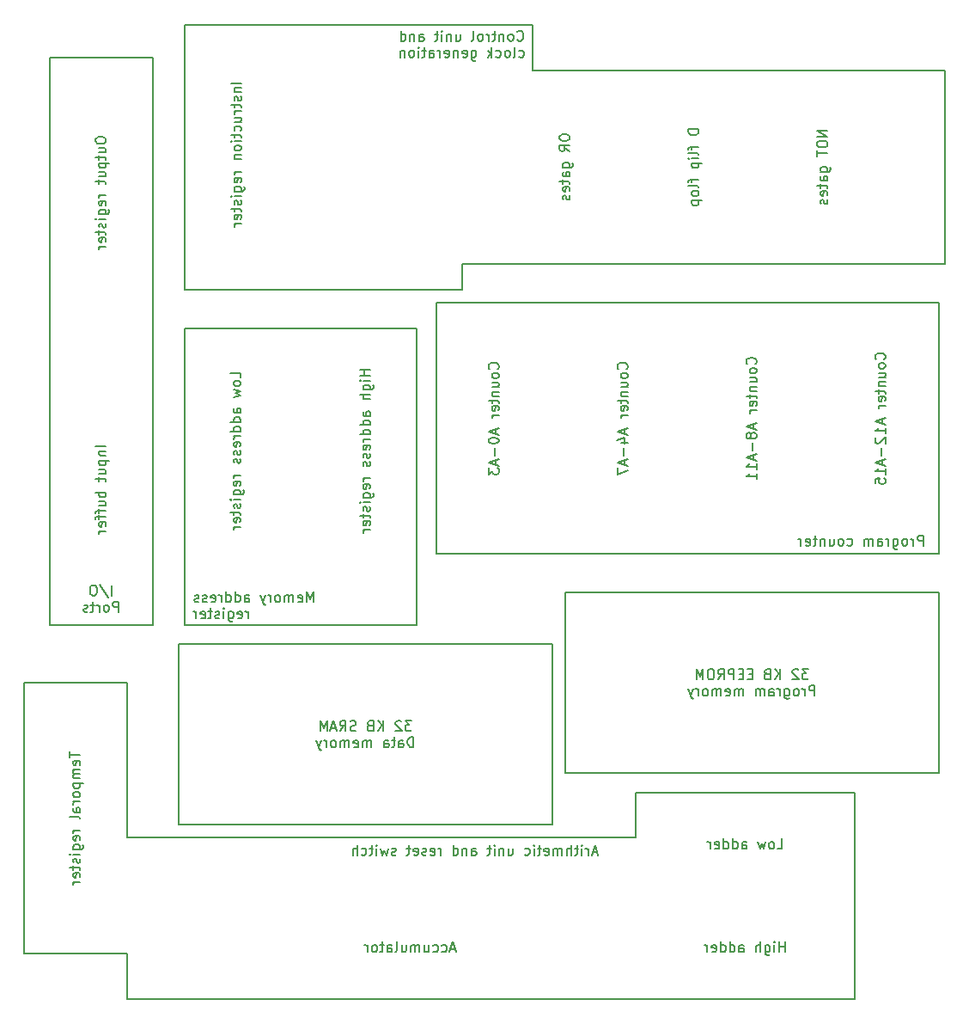
<source format=gbr>
%TF.GenerationSoftware,KiCad,Pcbnew,(6.0.4)*%
%TF.CreationDate,2022-05-02T14:31:14-05:00*%
%TF.ProjectId,Schematic,53636865-6d61-4746-9963-2e6b69636164,1.0*%
%TF.SameCoordinates,Original*%
%TF.FileFunction,Legend,Bot*%
%TF.FilePolarity,Positive*%
%FSLAX46Y46*%
G04 Gerber Fmt 4.6, Leading zero omitted, Abs format (unit mm)*
G04 Created by KiCad (PCBNEW (6.0.4)) date 2022-05-02 14:31:14*
%MOMM*%
%LPD*%
G01*
G04 APERTURE LIST*
%ADD10C,0.150000*%
G04 APERTURE END LIST*
D10*
X95250000Y-139065000D02*
X95250000Y-143510000D01*
X145415000Y-123190000D02*
X145415000Y-127635000D01*
X97790000Y-106680000D02*
X87630000Y-106680000D01*
X87630000Y-106680000D02*
X87630000Y-50800000D01*
X87630000Y-50800000D02*
X97790000Y-50800000D01*
X97790000Y-50800000D02*
X97790000Y-106680000D01*
X85090000Y-112395000D02*
X85090000Y-139065000D01*
X135255000Y-47625000D02*
X100965000Y-47625000D01*
X145415000Y-127635000D02*
X95250000Y-127635000D01*
X128270000Y-73660000D02*
X128270000Y-71120000D01*
X100965000Y-47625000D02*
X100965000Y-73660000D01*
X175895000Y-71120000D02*
X175895000Y-52070000D01*
X175895000Y-52070000D02*
X135255000Y-52070000D01*
X100965000Y-77470000D02*
X123825000Y-77470000D01*
X123825000Y-77470000D02*
X123825000Y-106680000D01*
X123825000Y-106680000D02*
X100965000Y-106680000D01*
X100965000Y-106680000D02*
X100965000Y-77470000D01*
X95250000Y-127635000D02*
X95250000Y-112395000D01*
X125730000Y-99695000D02*
X175260000Y-99695000D01*
X175260000Y-99695000D02*
X175260000Y-74930000D01*
X175260000Y-74930000D02*
X125730000Y-74930000D01*
X125730000Y-74930000D02*
X125730000Y-99695000D01*
X95250000Y-112395000D02*
X85090000Y-112395000D01*
X175260000Y-103505000D02*
X138430000Y-103505000D01*
X138430000Y-103505000D02*
X138430000Y-121285000D01*
X138430000Y-121285000D02*
X175260000Y-121285000D01*
X175260000Y-121285000D02*
X175260000Y-103505000D01*
X128270000Y-71120000D02*
X175895000Y-71120000D01*
X95250000Y-143510000D02*
X167005000Y-143510000D01*
X85090000Y-139065000D02*
X95250000Y-139065000D01*
X135255000Y-52070000D02*
X135255000Y-47625000D01*
X100965000Y-73660000D02*
X128270000Y-73660000D01*
X167005000Y-123190000D02*
X145415000Y-123190000D01*
X167005000Y-143510000D02*
X167005000Y-123190000D01*
X137160000Y-126365000D02*
X100330000Y-126365000D01*
X100330000Y-126365000D02*
X100330000Y-108585000D01*
X100330000Y-108585000D02*
X137160000Y-108585000D01*
X137160000Y-108585000D02*
X137160000Y-126365000D01*
X93757619Y-103787380D02*
X93757619Y-102787380D01*
X92567142Y-102739761D02*
X93424285Y-104025476D01*
X92043333Y-102787380D02*
X91852857Y-102787380D01*
X91757619Y-102835000D01*
X91662380Y-102930238D01*
X91614761Y-103120714D01*
X91614761Y-103454047D01*
X91662380Y-103644523D01*
X91757619Y-103739761D01*
X91852857Y-103787380D01*
X92043333Y-103787380D01*
X92138571Y-103739761D01*
X92233809Y-103644523D01*
X92281428Y-103454047D01*
X92281428Y-103120714D01*
X92233809Y-102930238D01*
X92138571Y-102835000D01*
X92043333Y-102787380D01*
X94424285Y-105397380D02*
X94424285Y-104397380D01*
X94043333Y-104397380D01*
X93948095Y-104445000D01*
X93900476Y-104492619D01*
X93852857Y-104587857D01*
X93852857Y-104730714D01*
X93900476Y-104825952D01*
X93948095Y-104873571D01*
X94043333Y-104921190D01*
X94424285Y-104921190D01*
X93281428Y-105397380D02*
X93376666Y-105349761D01*
X93424285Y-105302142D01*
X93471904Y-105206904D01*
X93471904Y-104921190D01*
X93424285Y-104825952D01*
X93376666Y-104778333D01*
X93281428Y-104730714D01*
X93138571Y-104730714D01*
X93043333Y-104778333D01*
X92995714Y-104825952D01*
X92948095Y-104921190D01*
X92948095Y-105206904D01*
X92995714Y-105302142D01*
X93043333Y-105349761D01*
X93138571Y-105397380D01*
X93281428Y-105397380D01*
X92519523Y-105397380D02*
X92519523Y-104730714D01*
X92519523Y-104921190D02*
X92471904Y-104825952D01*
X92424285Y-104778333D01*
X92329047Y-104730714D01*
X92233809Y-104730714D01*
X92043333Y-104730714D02*
X91662380Y-104730714D01*
X91900476Y-104397380D02*
X91900476Y-105254523D01*
X91852857Y-105349761D01*
X91757619Y-105397380D01*
X91662380Y-105397380D01*
X91376666Y-105349761D02*
X91281428Y-105397380D01*
X91090952Y-105397380D01*
X90995714Y-105349761D01*
X90948095Y-105254523D01*
X90948095Y-105206904D01*
X90995714Y-105111666D01*
X91090952Y-105064047D01*
X91233809Y-105064047D01*
X91329047Y-105016428D01*
X91376666Y-104921190D01*
X91376666Y-104873571D01*
X91329047Y-104778333D01*
X91233809Y-104730714D01*
X91090952Y-104730714D01*
X90995714Y-104778333D01*
X123292619Y-116122380D02*
X122673571Y-116122380D01*
X123006904Y-116503333D01*
X122864047Y-116503333D01*
X122768809Y-116550952D01*
X122721190Y-116598571D01*
X122673571Y-116693809D01*
X122673571Y-116931904D01*
X122721190Y-117027142D01*
X122768809Y-117074761D01*
X122864047Y-117122380D01*
X123149761Y-117122380D01*
X123245000Y-117074761D01*
X123292619Y-117027142D01*
X122292619Y-116217619D02*
X122245000Y-116170000D01*
X122149761Y-116122380D01*
X121911666Y-116122380D01*
X121816428Y-116170000D01*
X121768809Y-116217619D01*
X121721190Y-116312857D01*
X121721190Y-116408095D01*
X121768809Y-116550952D01*
X122340238Y-117122380D01*
X121721190Y-117122380D01*
X120530714Y-117122380D02*
X120530714Y-116122380D01*
X119959285Y-117122380D02*
X120387857Y-116550952D01*
X119959285Y-116122380D02*
X120530714Y-116693809D01*
X119197380Y-116598571D02*
X119054523Y-116646190D01*
X119006904Y-116693809D01*
X118959285Y-116789047D01*
X118959285Y-116931904D01*
X119006904Y-117027142D01*
X119054523Y-117074761D01*
X119149761Y-117122380D01*
X119530714Y-117122380D01*
X119530714Y-116122380D01*
X119197380Y-116122380D01*
X119102142Y-116170000D01*
X119054523Y-116217619D01*
X119006904Y-116312857D01*
X119006904Y-116408095D01*
X119054523Y-116503333D01*
X119102142Y-116550952D01*
X119197380Y-116598571D01*
X119530714Y-116598571D01*
X117816428Y-117074761D02*
X117673571Y-117122380D01*
X117435476Y-117122380D01*
X117340238Y-117074761D01*
X117292619Y-117027142D01*
X117245000Y-116931904D01*
X117245000Y-116836666D01*
X117292619Y-116741428D01*
X117340238Y-116693809D01*
X117435476Y-116646190D01*
X117625952Y-116598571D01*
X117721190Y-116550952D01*
X117768809Y-116503333D01*
X117816428Y-116408095D01*
X117816428Y-116312857D01*
X117768809Y-116217619D01*
X117721190Y-116170000D01*
X117625952Y-116122380D01*
X117387857Y-116122380D01*
X117245000Y-116170000D01*
X116245000Y-117122380D02*
X116578333Y-116646190D01*
X116816428Y-117122380D02*
X116816428Y-116122380D01*
X116435476Y-116122380D01*
X116340238Y-116170000D01*
X116292619Y-116217619D01*
X116245000Y-116312857D01*
X116245000Y-116455714D01*
X116292619Y-116550952D01*
X116340238Y-116598571D01*
X116435476Y-116646190D01*
X116816428Y-116646190D01*
X115864047Y-116836666D02*
X115387857Y-116836666D01*
X115959285Y-117122380D02*
X115625952Y-116122380D01*
X115292619Y-117122380D01*
X114959285Y-117122380D02*
X114959285Y-116122380D01*
X114625952Y-116836666D01*
X114292619Y-116122380D01*
X114292619Y-117122380D01*
X123483095Y-118732380D02*
X123483095Y-117732380D01*
X123245000Y-117732380D01*
X123102142Y-117780000D01*
X123006904Y-117875238D01*
X122959285Y-117970476D01*
X122911666Y-118160952D01*
X122911666Y-118303809D01*
X122959285Y-118494285D01*
X123006904Y-118589523D01*
X123102142Y-118684761D01*
X123245000Y-118732380D01*
X123483095Y-118732380D01*
X122054523Y-118732380D02*
X122054523Y-118208571D01*
X122102142Y-118113333D01*
X122197380Y-118065714D01*
X122387857Y-118065714D01*
X122483095Y-118113333D01*
X122054523Y-118684761D02*
X122149761Y-118732380D01*
X122387857Y-118732380D01*
X122483095Y-118684761D01*
X122530714Y-118589523D01*
X122530714Y-118494285D01*
X122483095Y-118399047D01*
X122387857Y-118351428D01*
X122149761Y-118351428D01*
X122054523Y-118303809D01*
X121721190Y-118065714D02*
X121340238Y-118065714D01*
X121578333Y-117732380D02*
X121578333Y-118589523D01*
X121530714Y-118684761D01*
X121435476Y-118732380D01*
X121340238Y-118732380D01*
X120578333Y-118732380D02*
X120578333Y-118208571D01*
X120625952Y-118113333D01*
X120721190Y-118065714D01*
X120911666Y-118065714D01*
X121006904Y-118113333D01*
X120578333Y-118684761D02*
X120673571Y-118732380D01*
X120911666Y-118732380D01*
X121006904Y-118684761D01*
X121054523Y-118589523D01*
X121054523Y-118494285D01*
X121006904Y-118399047D01*
X120911666Y-118351428D01*
X120673571Y-118351428D01*
X120578333Y-118303809D01*
X119340238Y-118732380D02*
X119340238Y-118065714D01*
X119340238Y-118160952D02*
X119292619Y-118113333D01*
X119197380Y-118065714D01*
X119054523Y-118065714D01*
X118959285Y-118113333D01*
X118911666Y-118208571D01*
X118911666Y-118732380D01*
X118911666Y-118208571D02*
X118864047Y-118113333D01*
X118768809Y-118065714D01*
X118625952Y-118065714D01*
X118530714Y-118113333D01*
X118483095Y-118208571D01*
X118483095Y-118732380D01*
X117625952Y-118684761D02*
X117721190Y-118732380D01*
X117911666Y-118732380D01*
X118006904Y-118684761D01*
X118054523Y-118589523D01*
X118054523Y-118208571D01*
X118006904Y-118113333D01*
X117911666Y-118065714D01*
X117721190Y-118065714D01*
X117625952Y-118113333D01*
X117578333Y-118208571D01*
X117578333Y-118303809D01*
X118054523Y-118399047D01*
X117149761Y-118732380D02*
X117149761Y-118065714D01*
X117149761Y-118160952D02*
X117102142Y-118113333D01*
X117006904Y-118065714D01*
X116864047Y-118065714D01*
X116768809Y-118113333D01*
X116721190Y-118208571D01*
X116721190Y-118732380D01*
X116721190Y-118208571D02*
X116673571Y-118113333D01*
X116578333Y-118065714D01*
X116435476Y-118065714D01*
X116340238Y-118113333D01*
X116292619Y-118208571D01*
X116292619Y-118732380D01*
X115673571Y-118732380D02*
X115768809Y-118684761D01*
X115816428Y-118637142D01*
X115864047Y-118541904D01*
X115864047Y-118256190D01*
X115816428Y-118160952D01*
X115768809Y-118113333D01*
X115673571Y-118065714D01*
X115530714Y-118065714D01*
X115435476Y-118113333D01*
X115387857Y-118160952D01*
X115340238Y-118256190D01*
X115340238Y-118541904D01*
X115387857Y-118637142D01*
X115435476Y-118684761D01*
X115530714Y-118732380D01*
X115673571Y-118732380D01*
X114911666Y-118732380D02*
X114911666Y-118065714D01*
X114911666Y-118256190D02*
X114864047Y-118160952D01*
X114816428Y-118113333D01*
X114721190Y-118065714D01*
X114625952Y-118065714D01*
X114387857Y-118065714D02*
X114149761Y-118732380D01*
X113911666Y-118065714D02*
X114149761Y-118732380D01*
X114245000Y-118970476D01*
X114292619Y-119018095D01*
X114387857Y-119065714D01*
X127618571Y-138596666D02*
X127142380Y-138596666D01*
X127713809Y-138882380D02*
X127380476Y-137882380D01*
X127047142Y-138882380D01*
X126285238Y-138834761D02*
X126380476Y-138882380D01*
X126570952Y-138882380D01*
X126666190Y-138834761D01*
X126713809Y-138787142D01*
X126761428Y-138691904D01*
X126761428Y-138406190D01*
X126713809Y-138310952D01*
X126666190Y-138263333D01*
X126570952Y-138215714D01*
X126380476Y-138215714D01*
X126285238Y-138263333D01*
X125428095Y-138834761D02*
X125523333Y-138882380D01*
X125713809Y-138882380D01*
X125809047Y-138834761D01*
X125856666Y-138787142D01*
X125904285Y-138691904D01*
X125904285Y-138406190D01*
X125856666Y-138310952D01*
X125809047Y-138263333D01*
X125713809Y-138215714D01*
X125523333Y-138215714D01*
X125428095Y-138263333D01*
X124570952Y-138215714D02*
X124570952Y-138882380D01*
X124999523Y-138215714D02*
X124999523Y-138739523D01*
X124951904Y-138834761D01*
X124856666Y-138882380D01*
X124713809Y-138882380D01*
X124618571Y-138834761D01*
X124570952Y-138787142D01*
X124094761Y-138882380D02*
X124094761Y-138215714D01*
X124094761Y-138310952D02*
X124047142Y-138263333D01*
X123951904Y-138215714D01*
X123809047Y-138215714D01*
X123713809Y-138263333D01*
X123666190Y-138358571D01*
X123666190Y-138882380D01*
X123666190Y-138358571D02*
X123618571Y-138263333D01*
X123523333Y-138215714D01*
X123380476Y-138215714D01*
X123285238Y-138263333D01*
X123237619Y-138358571D01*
X123237619Y-138882380D01*
X122332857Y-138215714D02*
X122332857Y-138882380D01*
X122761428Y-138215714D02*
X122761428Y-138739523D01*
X122713809Y-138834761D01*
X122618571Y-138882380D01*
X122475714Y-138882380D01*
X122380476Y-138834761D01*
X122332857Y-138787142D01*
X121713809Y-138882380D02*
X121809047Y-138834761D01*
X121856666Y-138739523D01*
X121856666Y-137882380D01*
X120904285Y-138882380D02*
X120904285Y-138358571D01*
X120951904Y-138263333D01*
X121047142Y-138215714D01*
X121237619Y-138215714D01*
X121332857Y-138263333D01*
X120904285Y-138834761D02*
X120999523Y-138882380D01*
X121237619Y-138882380D01*
X121332857Y-138834761D01*
X121380476Y-138739523D01*
X121380476Y-138644285D01*
X121332857Y-138549047D01*
X121237619Y-138501428D01*
X120999523Y-138501428D01*
X120904285Y-138453809D01*
X120570952Y-138215714D02*
X120190000Y-138215714D01*
X120428095Y-137882380D02*
X120428095Y-138739523D01*
X120380476Y-138834761D01*
X120285238Y-138882380D01*
X120190000Y-138882380D01*
X119713809Y-138882380D02*
X119809047Y-138834761D01*
X119856666Y-138787142D01*
X119904285Y-138691904D01*
X119904285Y-138406190D01*
X119856666Y-138310952D01*
X119809047Y-138263333D01*
X119713809Y-138215714D01*
X119570952Y-138215714D01*
X119475714Y-138263333D01*
X119428095Y-138310952D01*
X119380476Y-138406190D01*
X119380476Y-138691904D01*
X119428095Y-138787142D01*
X119475714Y-138834761D01*
X119570952Y-138882380D01*
X119713809Y-138882380D01*
X118951904Y-138882380D02*
X118951904Y-138215714D01*
X118951904Y-138406190D02*
X118904285Y-138310952D01*
X118856666Y-138263333D01*
X118761428Y-138215714D01*
X118666190Y-138215714D01*
X173735238Y-98877380D02*
X173735238Y-97877380D01*
X173354285Y-97877380D01*
X173259047Y-97925000D01*
X173211428Y-97972619D01*
X173163809Y-98067857D01*
X173163809Y-98210714D01*
X173211428Y-98305952D01*
X173259047Y-98353571D01*
X173354285Y-98401190D01*
X173735238Y-98401190D01*
X172735238Y-98877380D02*
X172735238Y-98210714D01*
X172735238Y-98401190D02*
X172687619Y-98305952D01*
X172640000Y-98258333D01*
X172544761Y-98210714D01*
X172449523Y-98210714D01*
X171973333Y-98877380D02*
X172068571Y-98829761D01*
X172116190Y-98782142D01*
X172163809Y-98686904D01*
X172163809Y-98401190D01*
X172116190Y-98305952D01*
X172068571Y-98258333D01*
X171973333Y-98210714D01*
X171830476Y-98210714D01*
X171735238Y-98258333D01*
X171687619Y-98305952D01*
X171640000Y-98401190D01*
X171640000Y-98686904D01*
X171687619Y-98782142D01*
X171735238Y-98829761D01*
X171830476Y-98877380D01*
X171973333Y-98877380D01*
X170782857Y-98210714D02*
X170782857Y-99020238D01*
X170830476Y-99115476D01*
X170878095Y-99163095D01*
X170973333Y-99210714D01*
X171116190Y-99210714D01*
X171211428Y-99163095D01*
X170782857Y-98829761D02*
X170878095Y-98877380D01*
X171068571Y-98877380D01*
X171163809Y-98829761D01*
X171211428Y-98782142D01*
X171259047Y-98686904D01*
X171259047Y-98401190D01*
X171211428Y-98305952D01*
X171163809Y-98258333D01*
X171068571Y-98210714D01*
X170878095Y-98210714D01*
X170782857Y-98258333D01*
X170306666Y-98877380D02*
X170306666Y-98210714D01*
X170306666Y-98401190D02*
X170259047Y-98305952D01*
X170211428Y-98258333D01*
X170116190Y-98210714D01*
X170020952Y-98210714D01*
X169259047Y-98877380D02*
X169259047Y-98353571D01*
X169306666Y-98258333D01*
X169401904Y-98210714D01*
X169592380Y-98210714D01*
X169687619Y-98258333D01*
X169259047Y-98829761D02*
X169354285Y-98877380D01*
X169592380Y-98877380D01*
X169687619Y-98829761D01*
X169735238Y-98734523D01*
X169735238Y-98639285D01*
X169687619Y-98544047D01*
X169592380Y-98496428D01*
X169354285Y-98496428D01*
X169259047Y-98448809D01*
X168782857Y-98877380D02*
X168782857Y-98210714D01*
X168782857Y-98305952D02*
X168735238Y-98258333D01*
X168640000Y-98210714D01*
X168497142Y-98210714D01*
X168401904Y-98258333D01*
X168354285Y-98353571D01*
X168354285Y-98877380D01*
X168354285Y-98353571D02*
X168306666Y-98258333D01*
X168211428Y-98210714D01*
X168068571Y-98210714D01*
X167973333Y-98258333D01*
X167925714Y-98353571D01*
X167925714Y-98877380D01*
X166259047Y-98829761D02*
X166354285Y-98877380D01*
X166544761Y-98877380D01*
X166640000Y-98829761D01*
X166687619Y-98782142D01*
X166735238Y-98686904D01*
X166735238Y-98401190D01*
X166687619Y-98305952D01*
X166640000Y-98258333D01*
X166544761Y-98210714D01*
X166354285Y-98210714D01*
X166259047Y-98258333D01*
X165687619Y-98877380D02*
X165782857Y-98829761D01*
X165830476Y-98782142D01*
X165878095Y-98686904D01*
X165878095Y-98401190D01*
X165830476Y-98305952D01*
X165782857Y-98258333D01*
X165687619Y-98210714D01*
X165544761Y-98210714D01*
X165449523Y-98258333D01*
X165401904Y-98305952D01*
X165354285Y-98401190D01*
X165354285Y-98686904D01*
X165401904Y-98782142D01*
X165449523Y-98829761D01*
X165544761Y-98877380D01*
X165687619Y-98877380D01*
X164497142Y-98210714D02*
X164497142Y-98877380D01*
X164925714Y-98210714D02*
X164925714Y-98734523D01*
X164878095Y-98829761D01*
X164782857Y-98877380D01*
X164640000Y-98877380D01*
X164544761Y-98829761D01*
X164497142Y-98782142D01*
X164020952Y-98210714D02*
X164020952Y-98877380D01*
X164020952Y-98305952D02*
X163973333Y-98258333D01*
X163878095Y-98210714D01*
X163735238Y-98210714D01*
X163640000Y-98258333D01*
X163592380Y-98353571D01*
X163592380Y-98877380D01*
X163259047Y-98210714D02*
X162878095Y-98210714D01*
X163116190Y-97877380D02*
X163116190Y-98734523D01*
X163068571Y-98829761D01*
X162973333Y-98877380D01*
X162878095Y-98877380D01*
X162163809Y-98829761D02*
X162259047Y-98877380D01*
X162449523Y-98877380D01*
X162544761Y-98829761D01*
X162592380Y-98734523D01*
X162592380Y-98353571D01*
X162544761Y-98258333D01*
X162449523Y-98210714D01*
X162259047Y-98210714D01*
X162163809Y-98258333D01*
X162116190Y-98353571D01*
X162116190Y-98448809D01*
X162592380Y-98544047D01*
X161687619Y-98877380D02*
X161687619Y-98210714D01*
X161687619Y-98401190D02*
X161640000Y-98305952D01*
X161592380Y-98258333D01*
X161497142Y-98210714D01*
X161401904Y-98210714D01*
X137882380Y-58595000D02*
X137882380Y-58785476D01*
X137930000Y-58880714D01*
X138025238Y-58975952D01*
X138215714Y-59023571D01*
X138549047Y-59023571D01*
X138739523Y-58975952D01*
X138834761Y-58880714D01*
X138882380Y-58785476D01*
X138882380Y-58595000D01*
X138834761Y-58499761D01*
X138739523Y-58404523D01*
X138549047Y-58356904D01*
X138215714Y-58356904D01*
X138025238Y-58404523D01*
X137930000Y-58499761D01*
X137882380Y-58595000D01*
X138882380Y-60023571D02*
X138406190Y-59690238D01*
X138882380Y-59452142D02*
X137882380Y-59452142D01*
X137882380Y-59833095D01*
X137930000Y-59928333D01*
X137977619Y-59975952D01*
X138072857Y-60023571D01*
X138215714Y-60023571D01*
X138310952Y-59975952D01*
X138358571Y-59928333D01*
X138406190Y-59833095D01*
X138406190Y-59452142D01*
X138215714Y-61642619D02*
X139025238Y-61642619D01*
X139120476Y-61595000D01*
X139168095Y-61547380D01*
X139215714Y-61452142D01*
X139215714Y-61309285D01*
X139168095Y-61214047D01*
X138834761Y-61642619D02*
X138882380Y-61547380D01*
X138882380Y-61356904D01*
X138834761Y-61261666D01*
X138787142Y-61214047D01*
X138691904Y-61166428D01*
X138406190Y-61166428D01*
X138310952Y-61214047D01*
X138263333Y-61261666D01*
X138215714Y-61356904D01*
X138215714Y-61547380D01*
X138263333Y-61642619D01*
X138882380Y-62547380D02*
X138358571Y-62547380D01*
X138263333Y-62499761D01*
X138215714Y-62404523D01*
X138215714Y-62214047D01*
X138263333Y-62118809D01*
X138834761Y-62547380D02*
X138882380Y-62452142D01*
X138882380Y-62214047D01*
X138834761Y-62118809D01*
X138739523Y-62071190D01*
X138644285Y-62071190D01*
X138549047Y-62118809D01*
X138501428Y-62214047D01*
X138501428Y-62452142D01*
X138453809Y-62547380D01*
X138215714Y-62880714D02*
X138215714Y-63261666D01*
X137882380Y-63023571D02*
X138739523Y-63023571D01*
X138834761Y-63071190D01*
X138882380Y-63166428D01*
X138882380Y-63261666D01*
X138834761Y-63975952D02*
X138882380Y-63880714D01*
X138882380Y-63690238D01*
X138834761Y-63595000D01*
X138739523Y-63547380D01*
X138358571Y-63547380D01*
X138263333Y-63595000D01*
X138215714Y-63690238D01*
X138215714Y-63880714D01*
X138263333Y-63975952D01*
X138358571Y-64023571D01*
X138453809Y-64023571D01*
X138549047Y-63547380D01*
X138834761Y-64404523D02*
X138882380Y-64499761D01*
X138882380Y-64690238D01*
X138834761Y-64785476D01*
X138739523Y-64833095D01*
X138691904Y-64833095D01*
X138596666Y-64785476D01*
X138549047Y-64690238D01*
X138549047Y-64547380D01*
X138501428Y-64452142D01*
X138406190Y-64404523D01*
X138358571Y-64404523D01*
X138263333Y-64452142D01*
X138215714Y-64547380D01*
X138215714Y-64690238D01*
X138263333Y-64785476D01*
X92162380Y-58873095D02*
X92162380Y-59063571D01*
X92210000Y-59158809D01*
X92305238Y-59254047D01*
X92495714Y-59301666D01*
X92829047Y-59301666D01*
X93019523Y-59254047D01*
X93114761Y-59158809D01*
X93162380Y-59063571D01*
X93162380Y-58873095D01*
X93114761Y-58777857D01*
X93019523Y-58682619D01*
X92829047Y-58635000D01*
X92495714Y-58635000D01*
X92305238Y-58682619D01*
X92210000Y-58777857D01*
X92162380Y-58873095D01*
X92495714Y-60158809D02*
X93162380Y-60158809D01*
X92495714Y-59730238D02*
X93019523Y-59730238D01*
X93114761Y-59777857D01*
X93162380Y-59873095D01*
X93162380Y-60015952D01*
X93114761Y-60111190D01*
X93067142Y-60158809D01*
X92495714Y-60492142D02*
X92495714Y-60873095D01*
X92162380Y-60635000D02*
X93019523Y-60635000D01*
X93114761Y-60682619D01*
X93162380Y-60777857D01*
X93162380Y-60873095D01*
X92495714Y-61206428D02*
X93495714Y-61206428D01*
X92543333Y-61206428D02*
X92495714Y-61301666D01*
X92495714Y-61492142D01*
X92543333Y-61587380D01*
X92590952Y-61635000D01*
X92686190Y-61682619D01*
X92971904Y-61682619D01*
X93067142Y-61635000D01*
X93114761Y-61587380D01*
X93162380Y-61492142D01*
X93162380Y-61301666D01*
X93114761Y-61206428D01*
X92495714Y-62539761D02*
X93162380Y-62539761D01*
X92495714Y-62111190D02*
X93019523Y-62111190D01*
X93114761Y-62158809D01*
X93162380Y-62254047D01*
X93162380Y-62396904D01*
X93114761Y-62492142D01*
X93067142Y-62539761D01*
X92495714Y-62873095D02*
X92495714Y-63254047D01*
X92162380Y-63015952D02*
X93019523Y-63015952D01*
X93114761Y-63063571D01*
X93162380Y-63158809D01*
X93162380Y-63254047D01*
X93162380Y-64349285D02*
X92495714Y-64349285D01*
X92686190Y-64349285D02*
X92590952Y-64396904D01*
X92543333Y-64444523D01*
X92495714Y-64539761D01*
X92495714Y-64635000D01*
X93114761Y-65349285D02*
X93162380Y-65254047D01*
X93162380Y-65063571D01*
X93114761Y-64968333D01*
X93019523Y-64920714D01*
X92638571Y-64920714D01*
X92543333Y-64968333D01*
X92495714Y-65063571D01*
X92495714Y-65254047D01*
X92543333Y-65349285D01*
X92638571Y-65396904D01*
X92733809Y-65396904D01*
X92829047Y-64920714D01*
X92495714Y-66254047D02*
X93305238Y-66254047D01*
X93400476Y-66206428D01*
X93448095Y-66158809D01*
X93495714Y-66063571D01*
X93495714Y-65920714D01*
X93448095Y-65825476D01*
X93114761Y-66254047D02*
X93162380Y-66158809D01*
X93162380Y-65968333D01*
X93114761Y-65873095D01*
X93067142Y-65825476D01*
X92971904Y-65777857D01*
X92686190Y-65777857D01*
X92590952Y-65825476D01*
X92543333Y-65873095D01*
X92495714Y-65968333D01*
X92495714Y-66158809D01*
X92543333Y-66254047D01*
X93162380Y-66730238D02*
X92495714Y-66730238D01*
X92162380Y-66730238D02*
X92210000Y-66682619D01*
X92257619Y-66730238D01*
X92210000Y-66777857D01*
X92162380Y-66730238D01*
X92257619Y-66730238D01*
X93114761Y-67158809D02*
X93162380Y-67254047D01*
X93162380Y-67444523D01*
X93114761Y-67539761D01*
X93019523Y-67587380D01*
X92971904Y-67587380D01*
X92876666Y-67539761D01*
X92829047Y-67444523D01*
X92829047Y-67301666D01*
X92781428Y-67206428D01*
X92686190Y-67158809D01*
X92638571Y-67158809D01*
X92543333Y-67206428D01*
X92495714Y-67301666D01*
X92495714Y-67444523D01*
X92543333Y-67539761D01*
X92495714Y-67873095D02*
X92495714Y-68254047D01*
X92162380Y-68015952D02*
X93019523Y-68015952D01*
X93114761Y-68063571D01*
X93162380Y-68158809D01*
X93162380Y-68254047D01*
X93114761Y-68968333D02*
X93162380Y-68873095D01*
X93162380Y-68682619D01*
X93114761Y-68587380D01*
X93019523Y-68539761D01*
X92638571Y-68539761D01*
X92543333Y-68587380D01*
X92495714Y-68682619D01*
X92495714Y-68873095D01*
X92543333Y-68968333D01*
X92638571Y-69015952D01*
X92733809Y-69015952D01*
X92829047Y-68539761D01*
X93162380Y-69444523D02*
X92495714Y-69444523D01*
X92686190Y-69444523D02*
X92590952Y-69492142D01*
X92543333Y-69539761D01*
X92495714Y-69635000D01*
X92495714Y-69730238D01*
X93162380Y-89106904D02*
X92162380Y-89106904D01*
X92495714Y-89583095D02*
X93162380Y-89583095D01*
X92590952Y-89583095D02*
X92543333Y-89630714D01*
X92495714Y-89725952D01*
X92495714Y-89868809D01*
X92543333Y-89964047D01*
X92638571Y-90011666D01*
X93162380Y-90011666D01*
X92495714Y-90487857D02*
X93495714Y-90487857D01*
X92543333Y-90487857D02*
X92495714Y-90583095D01*
X92495714Y-90773571D01*
X92543333Y-90868809D01*
X92590952Y-90916428D01*
X92686190Y-90964047D01*
X92971904Y-90964047D01*
X93067142Y-90916428D01*
X93114761Y-90868809D01*
X93162380Y-90773571D01*
X93162380Y-90583095D01*
X93114761Y-90487857D01*
X92495714Y-91821190D02*
X93162380Y-91821190D01*
X92495714Y-91392619D02*
X93019523Y-91392619D01*
X93114761Y-91440238D01*
X93162380Y-91535476D01*
X93162380Y-91678333D01*
X93114761Y-91773571D01*
X93067142Y-91821190D01*
X92495714Y-92154523D02*
X92495714Y-92535476D01*
X92162380Y-92297380D02*
X93019523Y-92297380D01*
X93114761Y-92345000D01*
X93162380Y-92440238D01*
X93162380Y-92535476D01*
X93162380Y-93630714D02*
X92162380Y-93630714D01*
X92543333Y-93630714D02*
X92495714Y-93725952D01*
X92495714Y-93916428D01*
X92543333Y-94011666D01*
X92590952Y-94059285D01*
X92686190Y-94106904D01*
X92971904Y-94106904D01*
X93067142Y-94059285D01*
X93114761Y-94011666D01*
X93162380Y-93916428D01*
X93162380Y-93725952D01*
X93114761Y-93630714D01*
X92495714Y-94964047D02*
X93162380Y-94964047D01*
X92495714Y-94535476D02*
X93019523Y-94535476D01*
X93114761Y-94583095D01*
X93162380Y-94678333D01*
X93162380Y-94821190D01*
X93114761Y-94916428D01*
X93067142Y-94964047D01*
X92495714Y-95297380D02*
X92495714Y-95678333D01*
X93162380Y-95440238D02*
X92305238Y-95440238D01*
X92210000Y-95487857D01*
X92162380Y-95583095D01*
X92162380Y-95678333D01*
X92495714Y-95868809D02*
X92495714Y-96249761D01*
X93162380Y-96011666D02*
X92305238Y-96011666D01*
X92210000Y-96059285D01*
X92162380Y-96154523D01*
X92162380Y-96249761D01*
X93114761Y-96964047D02*
X93162380Y-96868809D01*
X93162380Y-96678333D01*
X93114761Y-96583095D01*
X93019523Y-96535476D01*
X92638571Y-96535476D01*
X92543333Y-96583095D01*
X92495714Y-96678333D01*
X92495714Y-96868809D01*
X92543333Y-96964047D01*
X92638571Y-97011666D01*
X92733809Y-97011666D01*
X92829047Y-96535476D01*
X93162380Y-97440238D02*
X92495714Y-97440238D01*
X92686190Y-97440238D02*
X92590952Y-97487857D01*
X92543333Y-97535476D01*
X92495714Y-97630714D01*
X92495714Y-97725952D01*
X144502142Y-81479047D02*
X144549761Y-81431428D01*
X144597380Y-81288571D01*
X144597380Y-81193333D01*
X144549761Y-81050476D01*
X144454523Y-80955238D01*
X144359285Y-80907619D01*
X144168809Y-80860000D01*
X144025952Y-80860000D01*
X143835476Y-80907619D01*
X143740238Y-80955238D01*
X143645000Y-81050476D01*
X143597380Y-81193333D01*
X143597380Y-81288571D01*
X143645000Y-81431428D01*
X143692619Y-81479047D01*
X144597380Y-82050476D02*
X144549761Y-81955238D01*
X144502142Y-81907619D01*
X144406904Y-81860000D01*
X144121190Y-81860000D01*
X144025952Y-81907619D01*
X143978333Y-81955238D01*
X143930714Y-82050476D01*
X143930714Y-82193333D01*
X143978333Y-82288571D01*
X144025952Y-82336190D01*
X144121190Y-82383809D01*
X144406904Y-82383809D01*
X144502142Y-82336190D01*
X144549761Y-82288571D01*
X144597380Y-82193333D01*
X144597380Y-82050476D01*
X143930714Y-83240952D02*
X144597380Y-83240952D01*
X143930714Y-82812380D02*
X144454523Y-82812380D01*
X144549761Y-82860000D01*
X144597380Y-82955238D01*
X144597380Y-83098095D01*
X144549761Y-83193333D01*
X144502142Y-83240952D01*
X143930714Y-83717142D02*
X144597380Y-83717142D01*
X144025952Y-83717142D02*
X143978333Y-83764761D01*
X143930714Y-83860000D01*
X143930714Y-84002857D01*
X143978333Y-84098095D01*
X144073571Y-84145714D01*
X144597380Y-84145714D01*
X143930714Y-84479047D02*
X143930714Y-84860000D01*
X143597380Y-84621904D02*
X144454523Y-84621904D01*
X144549761Y-84669523D01*
X144597380Y-84764761D01*
X144597380Y-84860000D01*
X144549761Y-85574285D02*
X144597380Y-85479047D01*
X144597380Y-85288571D01*
X144549761Y-85193333D01*
X144454523Y-85145714D01*
X144073571Y-85145714D01*
X143978333Y-85193333D01*
X143930714Y-85288571D01*
X143930714Y-85479047D01*
X143978333Y-85574285D01*
X144073571Y-85621904D01*
X144168809Y-85621904D01*
X144264047Y-85145714D01*
X144597380Y-86050476D02*
X143930714Y-86050476D01*
X144121190Y-86050476D02*
X144025952Y-86098095D01*
X143978333Y-86145714D01*
X143930714Y-86240952D01*
X143930714Y-86336190D01*
X144311666Y-87383809D02*
X144311666Y-87860000D01*
X144597380Y-87288571D02*
X143597380Y-87621904D01*
X144597380Y-87955238D01*
X143930714Y-88717142D02*
X144597380Y-88717142D01*
X143549761Y-88479047D02*
X144264047Y-88240952D01*
X144264047Y-88860000D01*
X144216428Y-89240952D02*
X144216428Y-90002857D01*
X144311666Y-90431428D02*
X144311666Y-90907619D01*
X144597380Y-90336190D02*
X143597380Y-90669523D01*
X144597380Y-91002857D01*
X143597380Y-91240952D02*
X143597380Y-91907619D01*
X144597380Y-91479047D01*
X164282380Y-57999761D02*
X163282380Y-57999761D01*
X164282380Y-58571190D01*
X163282380Y-58571190D01*
X163282380Y-59237857D02*
X163282380Y-59428333D01*
X163330000Y-59523571D01*
X163425238Y-59618809D01*
X163615714Y-59666428D01*
X163949047Y-59666428D01*
X164139523Y-59618809D01*
X164234761Y-59523571D01*
X164282380Y-59428333D01*
X164282380Y-59237857D01*
X164234761Y-59142619D01*
X164139523Y-59047380D01*
X163949047Y-58999761D01*
X163615714Y-58999761D01*
X163425238Y-59047380D01*
X163330000Y-59142619D01*
X163282380Y-59237857D01*
X163282380Y-59952142D02*
X163282380Y-60523571D01*
X164282380Y-60237857D02*
X163282380Y-60237857D01*
X163615714Y-62047380D02*
X164425238Y-62047380D01*
X164520476Y-61999761D01*
X164568095Y-61952142D01*
X164615714Y-61856904D01*
X164615714Y-61714047D01*
X164568095Y-61618809D01*
X164234761Y-62047380D02*
X164282380Y-61952142D01*
X164282380Y-61761666D01*
X164234761Y-61666428D01*
X164187142Y-61618809D01*
X164091904Y-61571190D01*
X163806190Y-61571190D01*
X163710952Y-61618809D01*
X163663333Y-61666428D01*
X163615714Y-61761666D01*
X163615714Y-61952142D01*
X163663333Y-62047380D01*
X164282380Y-62952142D02*
X163758571Y-62952142D01*
X163663333Y-62904523D01*
X163615714Y-62809285D01*
X163615714Y-62618809D01*
X163663333Y-62523571D01*
X164234761Y-62952142D02*
X164282380Y-62856904D01*
X164282380Y-62618809D01*
X164234761Y-62523571D01*
X164139523Y-62475952D01*
X164044285Y-62475952D01*
X163949047Y-62523571D01*
X163901428Y-62618809D01*
X163901428Y-62856904D01*
X163853809Y-62952142D01*
X163615714Y-63285476D02*
X163615714Y-63666428D01*
X163282380Y-63428333D02*
X164139523Y-63428333D01*
X164234761Y-63475952D01*
X164282380Y-63571190D01*
X164282380Y-63666428D01*
X164234761Y-64380714D02*
X164282380Y-64285476D01*
X164282380Y-64095000D01*
X164234761Y-63999761D01*
X164139523Y-63952142D01*
X163758571Y-63952142D01*
X163663333Y-63999761D01*
X163615714Y-64095000D01*
X163615714Y-64285476D01*
X163663333Y-64380714D01*
X163758571Y-64428333D01*
X163853809Y-64428333D01*
X163949047Y-63952142D01*
X164234761Y-64809285D02*
X164282380Y-64904523D01*
X164282380Y-65095000D01*
X164234761Y-65190238D01*
X164139523Y-65237857D01*
X164091904Y-65237857D01*
X163996666Y-65190238D01*
X163949047Y-65095000D01*
X163949047Y-64952142D01*
X163901428Y-64856904D01*
X163806190Y-64809285D01*
X163758571Y-64809285D01*
X163663333Y-64856904D01*
X163615714Y-64952142D01*
X163615714Y-65095000D01*
X163663333Y-65190238D01*
X162416428Y-111042380D02*
X161797380Y-111042380D01*
X162130714Y-111423333D01*
X161987857Y-111423333D01*
X161892619Y-111470952D01*
X161845000Y-111518571D01*
X161797380Y-111613809D01*
X161797380Y-111851904D01*
X161845000Y-111947142D01*
X161892619Y-111994761D01*
X161987857Y-112042380D01*
X162273571Y-112042380D01*
X162368809Y-111994761D01*
X162416428Y-111947142D01*
X161416428Y-111137619D02*
X161368809Y-111090000D01*
X161273571Y-111042380D01*
X161035476Y-111042380D01*
X160940238Y-111090000D01*
X160892619Y-111137619D01*
X160845000Y-111232857D01*
X160845000Y-111328095D01*
X160892619Y-111470952D01*
X161464047Y-112042380D01*
X160845000Y-112042380D01*
X159654523Y-112042380D02*
X159654523Y-111042380D01*
X159083095Y-112042380D02*
X159511666Y-111470952D01*
X159083095Y-111042380D02*
X159654523Y-111613809D01*
X158321190Y-111518571D02*
X158178333Y-111566190D01*
X158130714Y-111613809D01*
X158083095Y-111709047D01*
X158083095Y-111851904D01*
X158130714Y-111947142D01*
X158178333Y-111994761D01*
X158273571Y-112042380D01*
X158654523Y-112042380D01*
X158654523Y-111042380D01*
X158321190Y-111042380D01*
X158225952Y-111090000D01*
X158178333Y-111137619D01*
X158130714Y-111232857D01*
X158130714Y-111328095D01*
X158178333Y-111423333D01*
X158225952Y-111470952D01*
X158321190Y-111518571D01*
X158654523Y-111518571D01*
X156892619Y-111518571D02*
X156559285Y-111518571D01*
X156416428Y-112042380D02*
X156892619Y-112042380D01*
X156892619Y-111042380D01*
X156416428Y-111042380D01*
X155987857Y-111518571D02*
X155654523Y-111518571D01*
X155511666Y-112042380D02*
X155987857Y-112042380D01*
X155987857Y-111042380D01*
X155511666Y-111042380D01*
X155083095Y-112042380D02*
X155083095Y-111042380D01*
X154702142Y-111042380D01*
X154606904Y-111090000D01*
X154559285Y-111137619D01*
X154511666Y-111232857D01*
X154511666Y-111375714D01*
X154559285Y-111470952D01*
X154606904Y-111518571D01*
X154702142Y-111566190D01*
X155083095Y-111566190D01*
X153511666Y-112042380D02*
X153845000Y-111566190D01*
X154083095Y-112042380D02*
X154083095Y-111042380D01*
X153702142Y-111042380D01*
X153606904Y-111090000D01*
X153559285Y-111137619D01*
X153511666Y-111232857D01*
X153511666Y-111375714D01*
X153559285Y-111470952D01*
X153606904Y-111518571D01*
X153702142Y-111566190D01*
X154083095Y-111566190D01*
X152892619Y-111042380D02*
X152702142Y-111042380D01*
X152606904Y-111090000D01*
X152511666Y-111185238D01*
X152464047Y-111375714D01*
X152464047Y-111709047D01*
X152511666Y-111899523D01*
X152606904Y-111994761D01*
X152702142Y-112042380D01*
X152892619Y-112042380D01*
X152987857Y-111994761D01*
X153083095Y-111899523D01*
X153130714Y-111709047D01*
X153130714Y-111375714D01*
X153083095Y-111185238D01*
X152987857Y-111090000D01*
X152892619Y-111042380D01*
X152035476Y-112042380D02*
X152035476Y-111042380D01*
X151702142Y-111756666D01*
X151368809Y-111042380D01*
X151368809Y-112042380D01*
X163035476Y-113652380D02*
X163035476Y-112652380D01*
X162654523Y-112652380D01*
X162559285Y-112700000D01*
X162511666Y-112747619D01*
X162464047Y-112842857D01*
X162464047Y-112985714D01*
X162511666Y-113080952D01*
X162559285Y-113128571D01*
X162654523Y-113176190D01*
X163035476Y-113176190D01*
X162035476Y-113652380D02*
X162035476Y-112985714D01*
X162035476Y-113176190D02*
X161987857Y-113080952D01*
X161940238Y-113033333D01*
X161845000Y-112985714D01*
X161749761Y-112985714D01*
X161273571Y-113652380D02*
X161368809Y-113604761D01*
X161416428Y-113557142D01*
X161464047Y-113461904D01*
X161464047Y-113176190D01*
X161416428Y-113080952D01*
X161368809Y-113033333D01*
X161273571Y-112985714D01*
X161130714Y-112985714D01*
X161035476Y-113033333D01*
X160987857Y-113080952D01*
X160940238Y-113176190D01*
X160940238Y-113461904D01*
X160987857Y-113557142D01*
X161035476Y-113604761D01*
X161130714Y-113652380D01*
X161273571Y-113652380D01*
X160083095Y-112985714D02*
X160083095Y-113795238D01*
X160130714Y-113890476D01*
X160178333Y-113938095D01*
X160273571Y-113985714D01*
X160416428Y-113985714D01*
X160511666Y-113938095D01*
X160083095Y-113604761D02*
X160178333Y-113652380D01*
X160368809Y-113652380D01*
X160464047Y-113604761D01*
X160511666Y-113557142D01*
X160559285Y-113461904D01*
X160559285Y-113176190D01*
X160511666Y-113080952D01*
X160464047Y-113033333D01*
X160368809Y-112985714D01*
X160178333Y-112985714D01*
X160083095Y-113033333D01*
X159606904Y-113652380D02*
X159606904Y-112985714D01*
X159606904Y-113176190D02*
X159559285Y-113080952D01*
X159511666Y-113033333D01*
X159416428Y-112985714D01*
X159321190Y-112985714D01*
X158559285Y-113652380D02*
X158559285Y-113128571D01*
X158606904Y-113033333D01*
X158702142Y-112985714D01*
X158892619Y-112985714D01*
X158987857Y-113033333D01*
X158559285Y-113604761D02*
X158654523Y-113652380D01*
X158892619Y-113652380D01*
X158987857Y-113604761D01*
X159035476Y-113509523D01*
X159035476Y-113414285D01*
X158987857Y-113319047D01*
X158892619Y-113271428D01*
X158654523Y-113271428D01*
X158559285Y-113223809D01*
X158083095Y-113652380D02*
X158083095Y-112985714D01*
X158083095Y-113080952D02*
X158035476Y-113033333D01*
X157940238Y-112985714D01*
X157797380Y-112985714D01*
X157702142Y-113033333D01*
X157654523Y-113128571D01*
X157654523Y-113652380D01*
X157654523Y-113128571D02*
X157606904Y-113033333D01*
X157511666Y-112985714D01*
X157368809Y-112985714D01*
X157273571Y-113033333D01*
X157225952Y-113128571D01*
X157225952Y-113652380D01*
X155987857Y-113652380D02*
X155987857Y-112985714D01*
X155987857Y-113080952D02*
X155940238Y-113033333D01*
X155845000Y-112985714D01*
X155702142Y-112985714D01*
X155606904Y-113033333D01*
X155559285Y-113128571D01*
X155559285Y-113652380D01*
X155559285Y-113128571D02*
X155511666Y-113033333D01*
X155416428Y-112985714D01*
X155273571Y-112985714D01*
X155178333Y-113033333D01*
X155130714Y-113128571D01*
X155130714Y-113652380D01*
X154273571Y-113604761D02*
X154368809Y-113652380D01*
X154559285Y-113652380D01*
X154654523Y-113604761D01*
X154702142Y-113509523D01*
X154702142Y-113128571D01*
X154654523Y-113033333D01*
X154559285Y-112985714D01*
X154368809Y-112985714D01*
X154273571Y-113033333D01*
X154225952Y-113128571D01*
X154225952Y-113223809D01*
X154702142Y-113319047D01*
X153797380Y-113652380D02*
X153797380Y-112985714D01*
X153797380Y-113080952D02*
X153749761Y-113033333D01*
X153654523Y-112985714D01*
X153511666Y-112985714D01*
X153416428Y-113033333D01*
X153368809Y-113128571D01*
X153368809Y-113652380D01*
X153368809Y-113128571D02*
X153321190Y-113033333D01*
X153225952Y-112985714D01*
X153083095Y-112985714D01*
X152987857Y-113033333D01*
X152940238Y-113128571D01*
X152940238Y-113652380D01*
X152321190Y-113652380D02*
X152416428Y-113604761D01*
X152464047Y-113557142D01*
X152511666Y-113461904D01*
X152511666Y-113176190D01*
X152464047Y-113080952D01*
X152416428Y-113033333D01*
X152321190Y-112985714D01*
X152178333Y-112985714D01*
X152083095Y-113033333D01*
X152035476Y-113080952D01*
X151987857Y-113176190D01*
X151987857Y-113461904D01*
X152035476Y-113557142D01*
X152083095Y-113604761D01*
X152178333Y-113652380D01*
X152321190Y-113652380D01*
X151559285Y-113652380D02*
X151559285Y-112985714D01*
X151559285Y-113176190D02*
X151511666Y-113080952D01*
X151464047Y-113033333D01*
X151368809Y-112985714D01*
X151273571Y-112985714D01*
X151035476Y-112985714D02*
X150797380Y-113652380D01*
X150559285Y-112985714D02*
X150797380Y-113652380D01*
X150892619Y-113890476D01*
X150940238Y-113938095D01*
X151035476Y-113985714D01*
X106452380Y-82344523D02*
X106452380Y-81868333D01*
X105452380Y-81868333D01*
X106452380Y-82820714D02*
X106404761Y-82725476D01*
X106357142Y-82677857D01*
X106261904Y-82630238D01*
X105976190Y-82630238D01*
X105880952Y-82677857D01*
X105833333Y-82725476D01*
X105785714Y-82820714D01*
X105785714Y-82963571D01*
X105833333Y-83058809D01*
X105880952Y-83106428D01*
X105976190Y-83154047D01*
X106261904Y-83154047D01*
X106357142Y-83106428D01*
X106404761Y-83058809D01*
X106452380Y-82963571D01*
X106452380Y-82820714D01*
X105785714Y-83487380D02*
X106452380Y-83677857D01*
X105976190Y-83868333D01*
X106452380Y-84058809D01*
X105785714Y-84249285D01*
X106452380Y-85820714D02*
X105928571Y-85820714D01*
X105833333Y-85773095D01*
X105785714Y-85677857D01*
X105785714Y-85487380D01*
X105833333Y-85392142D01*
X106404761Y-85820714D02*
X106452380Y-85725476D01*
X106452380Y-85487380D01*
X106404761Y-85392142D01*
X106309523Y-85344523D01*
X106214285Y-85344523D01*
X106119047Y-85392142D01*
X106071428Y-85487380D01*
X106071428Y-85725476D01*
X106023809Y-85820714D01*
X106452380Y-86725476D02*
X105452380Y-86725476D01*
X106404761Y-86725476D02*
X106452380Y-86630238D01*
X106452380Y-86439761D01*
X106404761Y-86344523D01*
X106357142Y-86296904D01*
X106261904Y-86249285D01*
X105976190Y-86249285D01*
X105880952Y-86296904D01*
X105833333Y-86344523D01*
X105785714Y-86439761D01*
X105785714Y-86630238D01*
X105833333Y-86725476D01*
X106452380Y-87630238D02*
X105452380Y-87630238D01*
X106404761Y-87630238D02*
X106452380Y-87535000D01*
X106452380Y-87344523D01*
X106404761Y-87249285D01*
X106357142Y-87201666D01*
X106261904Y-87154047D01*
X105976190Y-87154047D01*
X105880952Y-87201666D01*
X105833333Y-87249285D01*
X105785714Y-87344523D01*
X105785714Y-87535000D01*
X105833333Y-87630238D01*
X106452380Y-88106428D02*
X105785714Y-88106428D01*
X105976190Y-88106428D02*
X105880952Y-88154047D01*
X105833333Y-88201666D01*
X105785714Y-88296904D01*
X105785714Y-88392142D01*
X106404761Y-89106428D02*
X106452380Y-89011190D01*
X106452380Y-88820714D01*
X106404761Y-88725476D01*
X106309523Y-88677857D01*
X105928571Y-88677857D01*
X105833333Y-88725476D01*
X105785714Y-88820714D01*
X105785714Y-89011190D01*
X105833333Y-89106428D01*
X105928571Y-89154047D01*
X106023809Y-89154047D01*
X106119047Y-88677857D01*
X106404761Y-89535000D02*
X106452380Y-89630238D01*
X106452380Y-89820714D01*
X106404761Y-89915952D01*
X106309523Y-89963571D01*
X106261904Y-89963571D01*
X106166666Y-89915952D01*
X106119047Y-89820714D01*
X106119047Y-89677857D01*
X106071428Y-89582619D01*
X105976190Y-89535000D01*
X105928571Y-89535000D01*
X105833333Y-89582619D01*
X105785714Y-89677857D01*
X105785714Y-89820714D01*
X105833333Y-89915952D01*
X106404761Y-90344523D02*
X106452380Y-90439761D01*
X106452380Y-90630238D01*
X106404761Y-90725476D01*
X106309523Y-90773095D01*
X106261904Y-90773095D01*
X106166666Y-90725476D01*
X106119047Y-90630238D01*
X106119047Y-90487380D01*
X106071428Y-90392142D01*
X105976190Y-90344523D01*
X105928571Y-90344523D01*
X105833333Y-90392142D01*
X105785714Y-90487380D01*
X105785714Y-90630238D01*
X105833333Y-90725476D01*
X106452380Y-91963571D02*
X105785714Y-91963571D01*
X105976190Y-91963571D02*
X105880952Y-92011190D01*
X105833333Y-92058809D01*
X105785714Y-92154047D01*
X105785714Y-92249285D01*
X106404761Y-92963571D02*
X106452380Y-92868333D01*
X106452380Y-92677857D01*
X106404761Y-92582619D01*
X106309523Y-92535000D01*
X105928571Y-92535000D01*
X105833333Y-92582619D01*
X105785714Y-92677857D01*
X105785714Y-92868333D01*
X105833333Y-92963571D01*
X105928571Y-93011190D01*
X106023809Y-93011190D01*
X106119047Y-92535000D01*
X105785714Y-93868333D02*
X106595238Y-93868333D01*
X106690476Y-93820714D01*
X106738095Y-93773095D01*
X106785714Y-93677857D01*
X106785714Y-93535000D01*
X106738095Y-93439761D01*
X106404761Y-93868333D02*
X106452380Y-93773095D01*
X106452380Y-93582619D01*
X106404761Y-93487380D01*
X106357142Y-93439761D01*
X106261904Y-93392142D01*
X105976190Y-93392142D01*
X105880952Y-93439761D01*
X105833333Y-93487380D01*
X105785714Y-93582619D01*
X105785714Y-93773095D01*
X105833333Y-93868333D01*
X106452380Y-94344523D02*
X105785714Y-94344523D01*
X105452380Y-94344523D02*
X105500000Y-94296904D01*
X105547619Y-94344523D01*
X105500000Y-94392142D01*
X105452380Y-94344523D01*
X105547619Y-94344523D01*
X106404761Y-94773095D02*
X106452380Y-94868333D01*
X106452380Y-95058809D01*
X106404761Y-95154047D01*
X106309523Y-95201666D01*
X106261904Y-95201666D01*
X106166666Y-95154047D01*
X106119047Y-95058809D01*
X106119047Y-94915952D01*
X106071428Y-94820714D01*
X105976190Y-94773095D01*
X105928571Y-94773095D01*
X105833333Y-94820714D01*
X105785714Y-94915952D01*
X105785714Y-95058809D01*
X105833333Y-95154047D01*
X105785714Y-95487380D02*
X105785714Y-95868333D01*
X105452380Y-95630238D02*
X106309523Y-95630238D01*
X106404761Y-95677857D01*
X106452380Y-95773095D01*
X106452380Y-95868333D01*
X106404761Y-96582619D02*
X106452380Y-96487380D01*
X106452380Y-96296904D01*
X106404761Y-96201666D01*
X106309523Y-96154047D01*
X105928571Y-96154047D01*
X105833333Y-96201666D01*
X105785714Y-96296904D01*
X105785714Y-96487380D01*
X105833333Y-96582619D01*
X105928571Y-96630238D01*
X106023809Y-96630238D01*
X106119047Y-96154047D01*
X106452380Y-97058809D02*
X105785714Y-97058809D01*
X105976190Y-97058809D02*
X105880952Y-97106428D01*
X105833333Y-97154047D01*
X105785714Y-97249285D01*
X105785714Y-97344523D01*
X89622380Y-119182380D02*
X89622380Y-119753809D01*
X90622380Y-119468095D02*
X89622380Y-119468095D01*
X90574761Y-120468095D02*
X90622380Y-120372857D01*
X90622380Y-120182380D01*
X90574761Y-120087142D01*
X90479523Y-120039523D01*
X90098571Y-120039523D01*
X90003333Y-120087142D01*
X89955714Y-120182380D01*
X89955714Y-120372857D01*
X90003333Y-120468095D01*
X90098571Y-120515714D01*
X90193809Y-120515714D01*
X90289047Y-120039523D01*
X90622380Y-120944285D02*
X89955714Y-120944285D01*
X90050952Y-120944285D02*
X90003333Y-120991904D01*
X89955714Y-121087142D01*
X89955714Y-121230000D01*
X90003333Y-121325238D01*
X90098571Y-121372857D01*
X90622380Y-121372857D01*
X90098571Y-121372857D02*
X90003333Y-121420476D01*
X89955714Y-121515714D01*
X89955714Y-121658571D01*
X90003333Y-121753809D01*
X90098571Y-121801428D01*
X90622380Y-121801428D01*
X89955714Y-122277619D02*
X90955714Y-122277619D01*
X90003333Y-122277619D02*
X89955714Y-122372857D01*
X89955714Y-122563333D01*
X90003333Y-122658571D01*
X90050952Y-122706190D01*
X90146190Y-122753809D01*
X90431904Y-122753809D01*
X90527142Y-122706190D01*
X90574761Y-122658571D01*
X90622380Y-122563333D01*
X90622380Y-122372857D01*
X90574761Y-122277619D01*
X90622380Y-123325238D02*
X90574761Y-123230000D01*
X90527142Y-123182380D01*
X90431904Y-123134761D01*
X90146190Y-123134761D01*
X90050952Y-123182380D01*
X90003333Y-123230000D01*
X89955714Y-123325238D01*
X89955714Y-123468095D01*
X90003333Y-123563333D01*
X90050952Y-123610952D01*
X90146190Y-123658571D01*
X90431904Y-123658571D01*
X90527142Y-123610952D01*
X90574761Y-123563333D01*
X90622380Y-123468095D01*
X90622380Y-123325238D01*
X90622380Y-124087142D02*
X89955714Y-124087142D01*
X90146190Y-124087142D02*
X90050952Y-124134761D01*
X90003333Y-124182380D01*
X89955714Y-124277619D01*
X89955714Y-124372857D01*
X90622380Y-125134761D02*
X90098571Y-125134761D01*
X90003333Y-125087142D01*
X89955714Y-124991904D01*
X89955714Y-124801428D01*
X90003333Y-124706190D01*
X90574761Y-125134761D02*
X90622380Y-125039523D01*
X90622380Y-124801428D01*
X90574761Y-124706190D01*
X90479523Y-124658571D01*
X90384285Y-124658571D01*
X90289047Y-124706190D01*
X90241428Y-124801428D01*
X90241428Y-125039523D01*
X90193809Y-125134761D01*
X90622380Y-125753809D02*
X90574761Y-125658571D01*
X90479523Y-125610952D01*
X89622380Y-125610952D01*
X90622380Y-126896666D02*
X89955714Y-126896666D01*
X90146190Y-126896666D02*
X90050952Y-126944285D01*
X90003333Y-126991904D01*
X89955714Y-127087142D01*
X89955714Y-127182380D01*
X90574761Y-127896666D02*
X90622380Y-127801428D01*
X90622380Y-127610952D01*
X90574761Y-127515714D01*
X90479523Y-127468095D01*
X90098571Y-127468095D01*
X90003333Y-127515714D01*
X89955714Y-127610952D01*
X89955714Y-127801428D01*
X90003333Y-127896666D01*
X90098571Y-127944285D01*
X90193809Y-127944285D01*
X90289047Y-127468095D01*
X89955714Y-128801428D02*
X90765238Y-128801428D01*
X90860476Y-128753809D01*
X90908095Y-128706190D01*
X90955714Y-128610952D01*
X90955714Y-128468095D01*
X90908095Y-128372857D01*
X90574761Y-128801428D02*
X90622380Y-128706190D01*
X90622380Y-128515714D01*
X90574761Y-128420476D01*
X90527142Y-128372857D01*
X90431904Y-128325238D01*
X90146190Y-128325238D01*
X90050952Y-128372857D01*
X90003333Y-128420476D01*
X89955714Y-128515714D01*
X89955714Y-128706190D01*
X90003333Y-128801428D01*
X90622380Y-129277619D02*
X89955714Y-129277619D01*
X89622380Y-129277619D02*
X89670000Y-129230000D01*
X89717619Y-129277619D01*
X89670000Y-129325238D01*
X89622380Y-129277619D01*
X89717619Y-129277619D01*
X90574761Y-129706190D02*
X90622380Y-129801428D01*
X90622380Y-129991904D01*
X90574761Y-130087142D01*
X90479523Y-130134761D01*
X90431904Y-130134761D01*
X90336666Y-130087142D01*
X90289047Y-129991904D01*
X90289047Y-129849047D01*
X90241428Y-129753809D01*
X90146190Y-129706190D01*
X90098571Y-129706190D01*
X90003333Y-129753809D01*
X89955714Y-129849047D01*
X89955714Y-129991904D01*
X90003333Y-130087142D01*
X89955714Y-130420476D02*
X89955714Y-130801428D01*
X89622380Y-130563333D02*
X90479523Y-130563333D01*
X90574761Y-130610952D01*
X90622380Y-130706190D01*
X90622380Y-130801428D01*
X90574761Y-131515714D02*
X90622380Y-131420476D01*
X90622380Y-131230000D01*
X90574761Y-131134761D01*
X90479523Y-131087142D01*
X90098571Y-131087142D01*
X90003333Y-131134761D01*
X89955714Y-131230000D01*
X89955714Y-131420476D01*
X90003333Y-131515714D01*
X90098571Y-131563333D01*
X90193809Y-131563333D01*
X90289047Y-131087142D01*
X90622380Y-131991904D02*
X89955714Y-131991904D01*
X90146190Y-131991904D02*
X90050952Y-132039523D01*
X90003333Y-132087142D01*
X89955714Y-132182380D01*
X89955714Y-132277619D01*
X160114761Y-138882380D02*
X160114761Y-137882380D01*
X160114761Y-138358571D02*
X159543333Y-138358571D01*
X159543333Y-138882380D02*
X159543333Y-137882380D01*
X159067142Y-138882380D02*
X159067142Y-138215714D01*
X159067142Y-137882380D02*
X159114761Y-137930000D01*
X159067142Y-137977619D01*
X159019523Y-137930000D01*
X159067142Y-137882380D01*
X159067142Y-137977619D01*
X158162380Y-138215714D02*
X158162380Y-139025238D01*
X158210000Y-139120476D01*
X158257619Y-139168095D01*
X158352857Y-139215714D01*
X158495714Y-139215714D01*
X158590952Y-139168095D01*
X158162380Y-138834761D02*
X158257619Y-138882380D01*
X158448095Y-138882380D01*
X158543333Y-138834761D01*
X158590952Y-138787142D01*
X158638571Y-138691904D01*
X158638571Y-138406190D01*
X158590952Y-138310952D01*
X158543333Y-138263333D01*
X158448095Y-138215714D01*
X158257619Y-138215714D01*
X158162380Y-138263333D01*
X157686190Y-138882380D02*
X157686190Y-137882380D01*
X157257619Y-138882380D02*
X157257619Y-138358571D01*
X157305238Y-138263333D01*
X157400476Y-138215714D01*
X157543333Y-138215714D01*
X157638571Y-138263333D01*
X157686190Y-138310952D01*
X155590952Y-138882380D02*
X155590952Y-138358571D01*
X155638571Y-138263333D01*
X155733809Y-138215714D01*
X155924285Y-138215714D01*
X156019523Y-138263333D01*
X155590952Y-138834761D02*
X155686190Y-138882380D01*
X155924285Y-138882380D01*
X156019523Y-138834761D01*
X156067142Y-138739523D01*
X156067142Y-138644285D01*
X156019523Y-138549047D01*
X155924285Y-138501428D01*
X155686190Y-138501428D01*
X155590952Y-138453809D01*
X154686190Y-138882380D02*
X154686190Y-137882380D01*
X154686190Y-138834761D02*
X154781428Y-138882380D01*
X154971904Y-138882380D01*
X155067142Y-138834761D01*
X155114761Y-138787142D01*
X155162380Y-138691904D01*
X155162380Y-138406190D01*
X155114761Y-138310952D01*
X155067142Y-138263333D01*
X154971904Y-138215714D01*
X154781428Y-138215714D01*
X154686190Y-138263333D01*
X153781428Y-138882380D02*
X153781428Y-137882380D01*
X153781428Y-138834761D02*
X153876666Y-138882380D01*
X154067142Y-138882380D01*
X154162380Y-138834761D01*
X154210000Y-138787142D01*
X154257619Y-138691904D01*
X154257619Y-138406190D01*
X154210000Y-138310952D01*
X154162380Y-138263333D01*
X154067142Y-138215714D01*
X153876666Y-138215714D01*
X153781428Y-138263333D01*
X152924285Y-138834761D02*
X153019523Y-138882380D01*
X153210000Y-138882380D01*
X153305238Y-138834761D01*
X153352857Y-138739523D01*
X153352857Y-138358571D01*
X153305238Y-138263333D01*
X153210000Y-138215714D01*
X153019523Y-138215714D01*
X152924285Y-138263333D01*
X152876666Y-138358571D01*
X152876666Y-138453809D01*
X153352857Y-138549047D01*
X152448095Y-138882380D02*
X152448095Y-138215714D01*
X152448095Y-138406190D02*
X152400476Y-138310952D01*
X152352857Y-138263333D01*
X152257619Y-138215714D01*
X152162380Y-138215714D01*
X169902142Y-80526666D02*
X169949761Y-80479047D01*
X169997380Y-80336190D01*
X169997380Y-80240952D01*
X169949761Y-80098095D01*
X169854523Y-80002857D01*
X169759285Y-79955238D01*
X169568809Y-79907619D01*
X169425952Y-79907619D01*
X169235476Y-79955238D01*
X169140238Y-80002857D01*
X169045000Y-80098095D01*
X168997380Y-80240952D01*
X168997380Y-80336190D01*
X169045000Y-80479047D01*
X169092619Y-80526666D01*
X169997380Y-81098095D02*
X169949761Y-81002857D01*
X169902142Y-80955238D01*
X169806904Y-80907619D01*
X169521190Y-80907619D01*
X169425952Y-80955238D01*
X169378333Y-81002857D01*
X169330714Y-81098095D01*
X169330714Y-81240952D01*
X169378333Y-81336190D01*
X169425952Y-81383809D01*
X169521190Y-81431428D01*
X169806904Y-81431428D01*
X169902142Y-81383809D01*
X169949761Y-81336190D01*
X169997380Y-81240952D01*
X169997380Y-81098095D01*
X169330714Y-82288571D02*
X169997380Y-82288571D01*
X169330714Y-81860000D02*
X169854523Y-81860000D01*
X169949761Y-81907619D01*
X169997380Y-82002857D01*
X169997380Y-82145714D01*
X169949761Y-82240952D01*
X169902142Y-82288571D01*
X169330714Y-82764761D02*
X169997380Y-82764761D01*
X169425952Y-82764761D02*
X169378333Y-82812380D01*
X169330714Y-82907619D01*
X169330714Y-83050476D01*
X169378333Y-83145714D01*
X169473571Y-83193333D01*
X169997380Y-83193333D01*
X169330714Y-83526666D02*
X169330714Y-83907619D01*
X168997380Y-83669523D02*
X169854523Y-83669523D01*
X169949761Y-83717142D01*
X169997380Y-83812380D01*
X169997380Y-83907619D01*
X169949761Y-84621904D02*
X169997380Y-84526666D01*
X169997380Y-84336190D01*
X169949761Y-84240952D01*
X169854523Y-84193333D01*
X169473571Y-84193333D01*
X169378333Y-84240952D01*
X169330714Y-84336190D01*
X169330714Y-84526666D01*
X169378333Y-84621904D01*
X169473571Y-84669523D01*
X169568809Y-84669523D01*
X169664047Y-84193333D01*
X169997380Y-85098095D02*
X169330714Y-85098095D01*
X169521190Y-85098095D02*
X169425952Y-85145714D01*
X169378333Y-85193333D01*
X169330714Y-85288571D01*
X169330714Y-85383809D01*
X169711666Y-86431428D02*
X169711666Y-86907619D01*
X169997380Y-86336190D02*
X168997380Y-86669523D01*
X169997380Y-87002857D01*
X169997380Y-87860000D02*
X169997380Y-87288571D01*
X169997380Y-87574285D02*
X168997380Y-87574285D01*
X169140238Y-87479047D01*
X169235476Y-87383809D01*
X169283095Y-87288571D01*
X169092619Y-88240952D02*
X169045000Y-88288571D01*
X168997380Y-88383809D01*
X168997380Y-88621904D01*
X169045000Y-88717142D01*
X169092619Y-88764761D01*
X169187857Y-88812380D01*
X169283095Y-88812380D01*
X169425952Y-88764761D01*
X169997380Y-88193333D01*
X169997380Y-88812380D01*
X169616428Y-89240952D02*
X169616428Y-90002857D01*
X169711666Y-90431428D02*
X169711666Y-90907619D01*
X169997380Y-90336190D02*
X168997380Y-90669523D01*
X169997380Y-91002857D01*
X169997380Y-91860000D02*
X169997380Y-91288571D01*
X169997380Y-91574285D02*
X168997380Y-91574285D01*
X169140238Y-91479047D01*
X169235476Y-91383809D01*
X169283095Y-91288571D01*
X168997380Y-92764761D02*
X168997380Y-92288571D01*
X169473571Y-92240952D01*
X169425952Y-92288571D01*
X169378333Y-92383809D01*
X169378333Y-92621904D01*
X169425952Y-92717142D01*
X169473571Y-92764761D01*
X169568809Y-92812380D01*
X169806904Y-92812380D01*
X169902142Y-92764761D01*
X169949761Y-92717142D01*
X169997380Y-92621904D01*
X169997380Y-92383809D01*
X169949761Y-92288571D01*
X169902142Y-92240952D01*
X119197380Y-81582619D02*
X118197380Y-81582619D01*
X118673571Y-81582619D02*
X118673571Y-82154047D01*
X119197380Y-82154047D02*
X118197380Y-82154047D01*
X119197380Y-82630238D02*
X118530714Y-82630238D01*
X118197380Y-82630238D02*
X118245000Y-82582619D01*
X118292619Y-82630238D01*
X118245000Y-82677857D01*
X118197380Y-82630238D01*
X118292619Y-82630238D01*
X118530714Y-83535000D02*
X119340238Y-83535000D01*
X119435476Y-83487380D01*
X119483095Y-83439761D01*
X119530714Y-83344523D01*
X119530714Y-83201666D01*
X119483095Y-83106428D01*
X119149761Y-83535000D02*
X119197380Y-83439761D01*
X119197380Y-83249285D01*
X119149761Y-83154047D01*
X119102142Y-83106428D01*
X119006904Y-83058809D01*
X118721190Y-83058809D01*
X118625952Y-83106428D01*
X118578333Y-83154047D01*
X118530714Y-83249285D01*
X118530714Y-83439761D01*
X118578333Y-83535000D01*
X119197380Y-84011190D02*
X118197380Y-84011190D01*
X119197380Y-84439761D02*
X118673571Y-84439761D01*
X118578333Y-84392142D01*
X118530714Y-84296904D01*
X118530714Y-84154047D01*
X118578333Y-84058809D01*
X118625952Y-84011190D01*
X119197380Y-86106428D02*
X118673571Y-86106428D01*
X118578333Y-86058809D01*
X118530714Y-85963571D01*
X118530714Y-85773095D01*
X118578333Y-85677857D01*
X119149761Y-86106428D02*
X119197380Y-86011190D01*
X119197380Y-85773095D01*
X119149761Y-85677857D01*
X119054523Y-85630238D01*
X118959285Y-85630238D01*
X118864047Y-85677857D01*
X118816428Y-85773095D01*
X118816428Y-86011190D01*
X118768809Y-86106428D01*
X119197380Y-87011190D02*
X118197380Y-87011190D01*
X119149761Y-87011190D02*
X119197380Y-86915952D01*
X119197380Y-86725476D01*
X119149761Y-86630238D01*
X119102142Y-86582619D01*
X119006904Y-86535000D01*
X118721190Y-86535000D01*
X118625952Y-86582619D01*
X118578333Y-86630238D01*
X118530714Y-86725476D01*
X118530714Y-86915952D01*
X118578333Y-87011190D01*
X119197380Y-87915952D02*
X118197380Y-87915952D01*
X119149761Y-87915952D02*
X119197380Y-87820714D01*
X119197380Y-87630238D01*
X119149761Y-87535000D01*
X119102142Y-87487380D01*
X119006904Y-87439761D01*
X118721190Y-87439761D01*
X118625952Y-87487380D01*
X118578333Y-87535000D01*
X118530714Y-87630238D01*
X118530714Y-87820714D01*
X118578333Y-87915952D01*
X119197380Y-88392142D02*
X118530714Y-88392142D01*
X118721190Y-88392142D02*
X118625952Y-88439761D01*
X118578333Y-88487380D01*
X118530714Y-88582619D01*
X118530714Y-88677857D01*
X119149761Y-89392142D02*
X119197380Y-89296904D01*
X119197380Y-89106428D01*
X119149761Y-89011190D01*
X119054523Y-88963571D01*
X118673571Y-88963571D01*
X118578333Y-89011190D01*
X118530714Y-89106428D01*
X118530714Y-89296904D01*
X118578333Y-89392142D01*
X118673571Y-89439761D01*
X118768809Y-89439761D01*
X118864047Y-88963571D01*
X119149761Y-89820714D02*
X119197380Y-89915952D01*
X119197380Y-90106428D01*
X119149761Y-90201666D01*
X119054523Y-90249285D01*
X119006904Y-90249285D01*
X118911666Y-90201666D01*
X118864047Y-90106428D01*
X118864047Y-89963571D01*
X118816428Y-89868333D01*
X118721190Y-89820714D01*
X118673571Y-89820714D01*
X118578333Y-89868333D01*
X118530714Y-89963571D01*
X118530714Y-90106428D01*
X118578333Y-90201666D01*
X119149761Y-90630238D02*
X119197380Y-90725476D01*
X119197380Y-90915952D01*
X119149761Y-91011190D01*
X119054523Y-91058809D01*
X119006904Y-91058809D01*
X118911666Y-91011190D01*
X118864047Y-90915952D01*
X118864047Y-90773095D01*
X118816428Y-90677857D01*
X118721190Y-90630238D01*
X118673571Y-90630238D01*
X118578333Y-90677857D01*
X118530714Y-90773095D01*
X118530714Y-90915952D01*
X118578333Y-91011190D01*
X119197380Y-92249285D02*
X118530714Y-92249285D01*
X118721190Y-92249285D02*
X118625952Y-92296904D01*
X118578333Y-92344523D01*
X118530714Y-92439761D01*
X118530714Y-92535000D01*
X119149761Y-93249285D02*
X119197380Y-93154047D01*
X119197380Y-92963571D01*
X119149761Y-92868333D01*
X119054523Y-92820714D01*
X118673571Y-92820714D01*
X118578333Y-92868333D01*
X118530714Y-92963571D01*
X118530714Y-93154047D01*
X118578333Y-93249285D01*
X118673571Y-93296904D01*
X118768809Y-93296904D01*
X118864047Y-92820714D01*
X118530714Y-94154047D02*
X119340238Y-94154047D01*
X119435476Y-94106428D01*
X119483095Y-94058809D01*
X119530714Y-93963571D01*
X119530714Y-93820714D01*
X119483095Y-93725476D01*
X119149761Y-94154047D02*
X119197380Y-94058809D01*
X119197380Y-93868333D01*
X119149761Y-93773095D01*
X119102142Y-93725476D01*
X119006904Y-93677857D01*
X118721190Y-93677857D01*
X118625952Y-93725476D01*
X118578333Y-93773095D01*
X118530714Y-93868333D01*
X118530714Y-94058809D01*
X118578333Y-94154047D01*
X119197380Y-94630238D02*
X118530714Y-94630238D01*
X118197380Y-94630238D02*
X118245000Y-94582619D01*
X118292619Y-94630238D01*
X118245000Y-94677857D01*
X118197380Y-94630238D01*
X118292619Y-94630238D01*
X119149761Y-95058809D02*
X119197380Y-95154047D01*
X119197380Y-95344523D01*
X119149761Y-95439761D01*
X119054523Y-95487380D01*
X119006904Y-95487380D01*
X118911666Y-95439761D01*
X118864047Y-95344523D01*
X118864047Y-95201666D01*
X118816428Y-95106428D01*
X118721190Y-95058809D01*
X118673571Y-95058809D01*
X118578333Y-95106428D01*
X118530714Y-95201666D01*
X118530714Y-95344523D01*
X118578333Y-95439761D01*
X118530714Y-95773095D02*
X118530714Y-96154047D01*
X118197380Y-95915952D02*
X119054523Y-95915952D01*
X119149761Y-95963571D01*
X119197380Y-96058809D01*
X119197380Y-96154047D01*
X119149761Y-96868333D02*
X119197380Y-96773095D01*
X119197380Y-96582619D01*
X119149761Y-96487380D01*
X119054523Y-96439761D01*
X118673571Y-96439761D01*
X118578333Y-96487380D01*
X118530714Y-96582619D01*
X118530714Y-96773095D01*
X118578333Y-96868333D01*
X118673571Y-96915952D01*
X118768809Y-96915952D01*
X118864047Y-96439761D01*
X119197380Y-97344523D02*
X118530714Y-97344523D01*
X118721190Y-97344523D02*
X118625952Y-97392142D01*
X118578333Y-97439761D01*
X118530714Y-97535000D01*
X118530714Y-97630238D01*
X151582380Y-57880714D02*
X150582380Y-57880714D01*
X150582380Y-58118809D01*
X150630000Y-58261666D01*
X150725238Y-58356904D01*
X150820476Y-58404523D01*
X151010952Y-58452142D01*
X151153809Y-58452142D01*
X151344285Y-58404523D01*
X151439523Y-58356904D01*
X151534761Y-58261666D01*
X151582380Y-58118809D01*
X151582380Y-57880714D01*
X150915714Y-59499761D02*
X150915714Y-59880714D01*
X151582380Y-59642619D02*
X150725238Y-59642619D01*
X150630000Y-59690238D01*
X150582380Y-59785476D01*
X150582380Y-59880714D01*
X151582380Y-60356904D02*
X151534761Y-60261666D01*
X151439523Y-60214047D01*
X150582380Y-60214047D01*
X151582380Y-60737857D02*
X150915714Y-60737857D01*
X150582380Y-60737857D02*
X150630000Y-60690238D01*
X150677619Y-60737857D01*
X150630000Y-60785476D01*
X150582380Y-60737857D01*
X150677619Y-60737857D01*
X150915714Y-61214047D02*
X151915714Y-61214047D01*
X150963333Y-61214047D02*
X150915714Y-61309285D01*
X150915714Y-61499761D01*
X150963333Y-61595000D01*
X151010952Y-61642619D01*
X151106190Y-61690238D01*
X151391904Y-61690238D01*
X151487142Y-61642619D01*
X151534761Y-61595000D01*
X151582380Y-61499761D01*
X151582380Y-61309285D01*
X151534761Y-61214047D01*
X150915714Y-62737857D02*
X150915714Y-63118809D01*
X151582380Y-62880714D02*
X150725238Y-62880714D01*
X150630000Y-62928333D01*
X150582380Y-63023571D01*
X150582380Y-63118809D01*
X151582380Y-63595000D02*
X151534761Y-63499761D01*
X151439523Y-63452142D01*
X150582380Y-63452142D01*
X151582380Y-64118809D02*
X151534761Y-64023571D01*
X151487142Y-63975952D01*
X151391904Y-63928333D01*
X151106190Y-63928333D01*
X151010952Y-63975952D01*
X150963333Y-64023571D01*
X150915714Y-64118809D01*
X150915714Y-64261666D01*
X150963333Y-64356904D01*
X151010952Y-64404523D01*
X151106190Y-64452142D01*
X151391904Y-64452142D01*
X151487142Y-64404523D01*
X151534761Y-64356904D01*
X151582380Y-64261666D01*
X151582380Y-64118809D01*
X150915714Y-64880714D02*
X151915714Y-64880714D01*
X150963333Y-64880714D02*
X150915714Y-64975952D01*
X150915714Y-65166428D01*
X150963333Y-65261666D01*
X151010952Y-65309285D01*
X151106190Y-65356904D01*
X151391904Y-65356904D01*
X151487142Y-65309285D01*
X151534761Y-65261666D01*
X151582380Y-65166428D01*
X151582380Y-64975952D01*
X151534761Y-64880714D01*
X141611428Y-129071666D02*
X141135238Y-129071666D01*
X141706666Y-129357380D02*
X141373333Y-128357380D01*
X141040000Y-129357380D01*
X140706666Y-129357380D02*
X140706666Y-128690714D01*
X140706666Y-128881190D02*
X140659047Y-128785952D01*
X140611428Y-128738333D01*
X140516190Y-128690714D01*
X140420952Y-128690714D01*
X140087619Y-129357380D02*
X140087619Y-128690714D01*
X140087619Y-128357380D02*
X140135238Y-128405000D01*
X140087619Y-128452619D01*
X140040000Y-128405000D01*
X140087619Y-128357380D01*
X140087619Y-128452619D01*
X139754285Y-128690714D02*
X139373333Y-128690714D01*
X139611428Y-128357380D02*
X139611428Y-129214523D01*
X139563809Y-129309761D01*
X139468571Y-129357380D01*
X139373333Y-129357380D01*
X139040000Y-129357380D02*
X139040000Y-128357380D01*
X138611428Y-129357380D02*
X138611428Y-128833571D01*
X138659047Y-128738333D01*
X138754285Y-128690714D01*
X138897142Y-128690714D01*
X138992380Y-128738333D01*
X139040000Y-128785952D01*
X138135238Y-129357380D02*
X138135238Y-128690714D01*
X138135238Y-128785952D02*
X138087619Y-128738333D01*
X137992380Y-128690714D01*
X137849523Y-128690714D01*
X137754285Y-128738333D01*
X137706666Y-128833571D01*
X137706666Y-129357380D01*
X137706666Y-128833571D02*
X137659047Y-128738333D01*
X137563809Y-128690714D01*
X137420952Y-128690714D01*
X137325714Y-128738333D01*
X137278095Y-128833571D01*
X137278095Y-129357380D01*
X136420952Y-129309761D02*
X136516190Y-129357380D01*
X136706666Y-129357380D01*
X136801904Y-129309761D01*
X136849523Y-129214523D01*
X136849523Y-128833571D01*
X136801904Y-128738333D01*
X136706666Y-128690714D01*
X136516190Y-128690714D01*
X136420952Y-128738333D01*
X136373333Y-128833571D01*
X136373333Y-128928809D01*
X136849523Y-129024047D01*
X136087619Y-128690714D02*
X135706666Y-128690714D01*
X135944761Y-128357380D02*
X135944761Y-129214523D01*
X135897142Y-129309761D01*
X135801904Y-129357380D01*
X135706666Y-129357380D01*
X135373333Y-129357380D02*
X135373333Y-128690714D01*
X135373333Y-128357380D02*
X135420952Y-128405000D01*
X135373333Y-128452619D01*
X135325714Y-128405000D01*
X135373333Y-128357380D01*
X135373333Y-128452619D01*
X134468571Y-129309761D02*
X134563809Y-129357380D01*
X134754285Y-129357380D01*
X134849523Y-129309761D01*
X134897142Y-129262142D01*
X134944761Y-129166904D01*
X134944761Y-128881190D01*
X134897142Y-128785952D01*
X134849523Y-128738333D01*
X134754285Y-128690714D01*
X134563809Y-128690714D01*
X134468571Y-128738333D01*
X132849523Y-128690714D02*
X132849523Y-129357380D01*
X133278095Y-128690714D02*
X133278095Y-129214523D01*
X133230476Y-129309761D01*
X133135238Y-129357380D01*
X132992380Y-129357380D01*
X132897142Y-129309761D01*
X132849523Y-129262142D01*
X132373333Y-128690714D02*
X132373333Y-129357380D01*
X132373333Y-128785952D02*
X132325714Y-128738333D01*
X132230476Y-128690714D01*
X132087619Y-128690714D01*
X131992380Y-128738333D01*
X131944761Y-128833571D01*
X131944761Y-129357380D01*
X131468571Y-129357380D02*
X131468571Y-128690714D01*
X131468571Y-128357380D02*
X131516190Y-128405000D01*
X131468571Y-128452619D01*
X131420952Y-128405000D01*
X131468571Y-128357380D01*
X131468571Y-128452619D01*
X131135238Y-128690714D02*
X130754285Y-128690714D01*
X130992380Y-128357380D02*
X130992380Y-129214523D01*
X130944761Y-129309761D01*
X130849523Y-129357380D01*
X130754285Y-129357380D01*
X129230476Y-129357380D02*
X129230476Y-128833571D01*
X129278095Y-128738333D01*
X129373333Y-128690714D01*
X129563809Y-128690714D01*
X129659047Y-128738333D01*
X129230476Y-129309761D02*
X129325714Y-129357380D01*
X129563809Y-129357380D01*
X129659047Y-129309761D01*
X129706666Y-129214523D01*
X129706666Y-129119285D01*
X129659047Y-129024047D01*
X129563809Y-128976428D01*
X129325714Y-128976428D01*
X129230476Y-128928809D01*
X128754285Y-128690714D02*
X128754285Y-129357380D01*
X128754285Y-128785952D02*
X128706666Y-128738333D01*
X128611428Y-128690714D01*
X128468571Y-128690714D01*
X128373333Y-128738333D01*
X128325714Y-128833571D01*
X128325714Y-129357380D01*
X127420952Y-129357380D02*
X127420952Y-128357380D01*
X127420952Y-129309761D02*
X127516190Y-129357380D01*
X127706666Y-129357380D01*
X127801904Y-129309761D01*
X127849523Y-129262142D01*
X127897142Y-129166904D01*
X127897142Y-128881190D01*
X127849523Y-128785952D01*
X127801904Y-128738333D01*
X127706666Y-128690714D01*
X127516190Y-128690714D01*
X127420952Y-128738333D01*
X126182857Y-129357380D02*
X126182857Y-128690714D01*
X126182857Y-128881190D02*
X126135238Y-128785952D01*
X126087619Y-128738333D01*
X125992380Y-128690714D01*
X125897142Y-128690714D01*
X125182857Y-129309761D02*
X125278095Y-129357380D01*
X125468571Y-129357380D01*
X125563809Y-129309761D01*
X125611428Y-129214523D01*
X125611428Y-128833571D01*
X125563809Y-128738333D01*
X125468571Y-128690714D01*
X125278095Y-128690714D01*
X125182857Y-128738333D01*
X125135238Y-128833571D01*
X125135238Y-128928809D01*
X125611428Y-129024047D01*
X124754285Y-129309761D02*
X124659047Y-129357380D01*
X124468571Y-129357380D01*
X124373333Y-129309761D01*
X124325714Y-129214523D01*
X124325714Y-129166904D01*
X124373333Y-129071666D01*
X124468571Y-129024047D01*
X124611428Y-129024047D01*
X124706666Y-128976428D01*
X124754285Y-128881190D01*
X124754285Y-128833571D01*
X124706666Y-128738333D01*
X124611428Y-128690714D01*
X124468571Y-128690714D01*
X124373333Y-128738333D01*
X123516190Y-129309761D02*
X123611428Y-129357380D01*
X123801904Y-129357380D01*
X123897142Y-129309761D01*
X123944761Y-129214523D01*
X123944761Y-128833571D01*
X123897142Y-128738333D01*
X123801904Y-128690714D01*
X123611428Y-128690714D01*
X123516190Y-128738333D01*
X123468571Y-128833571D01*
X123468571Y-128928809D01*
X123944761Y-129024047D01*
X123182857Y-128690714D02*
X122801904Y-128690714D01*
X123040000Y-128357380D02*
X123040000Y-129214523D01*
X122992380Y-129309761D01*
X122897142Y-129357380D01*
X122801904Y-129357380D01*
X121754285Y-129309761D02*
X121659047Y-129357380D01*
X121468571Y-129357380D01*
X121373333Y-129309761D01*
X121325714Y-129214523D01*
X121325714Y-129166904D01*
X121373333Y-129071666D01*
X121468571Y-129024047D01*
X121611428Y-129024047D01*
X121706666Y-128976428D01*
X121754285Y-128881190D01*
X121754285Y-128833571D01*
X121706666Y-128738333D01*
X121611428Y-128690714D01*
X121468571Y-128690714D01*
X121373333Y-128738333D01*
X120992380Y-128690714D02*
X120801904Y-129357380D01*
X120611428Y-128881190D01*
X120420952Y-129357380D01*
X120230476Y-128690714D01*
X119849523Y-129357380D02*
X119849523Y-128690714D01*
X119849523Y-128357380D02*
X119897142Y-128405000D01*
X119849523Y-128452619D01*
X119801904Y-128405000D01*
X119849523Y-128357380D01*
X119849523Y-128452619D01*
X119516190Y-128690714D02*
X119135238Y-128690714D01*
X119373333Y-128357380D02*
X119373333Y-129214523D01*
X119325714Y-129309761D01*
X119230476Y-129357380D01*
X119135238Y-129357380D01*
X118373333Y-129309761D02*
X118468571Y-129357380D01*
X118659047Y-129357380D01*
X118754285Y-129309761D01*
X118801904Y-129262142D01*
X118849523Y-129166904D01*
X118849523Y-128881190D01*
X118801904Y-128785952D01*
X118754285Y-128738333D01*
X118659047Y-128690714D01*
X118468571Y-128690714D01*
X118373333Y-128738333D01*
X117944761Y-129357380D02*
X117944761Y-128357380D01*
X117516190Y-129357380D02*
X117516190Y-128833571D01*
X117563809Y-128738333D01*
X117659047Y-128690714D01*
X117801904Y-128690714D01*
X117897142Y-128738333D01*
X117944761Y-128785952D01*
X106497380Y-53325000D02*
X105497380Y-53325000D01*
X105830714Y-53801190D02*
X106497380Y-53801190D01*
X105925952Y-53801190D02*
X105878333Y-53848809D01*
X105830714Y-53944047D01*
X105830714Y-54086904D01*
X105878333Y-54182142D01*
X105973571Y-54229761D01*
X106497380Y-54229761D01*
X106449761Y-54658333D02*
X106497380Y-54753571D01*
X106497380Y-54944047D01*
X106449761Y-55039285D01*
X106354523Y-55086904D01*
X106306904Y-55086904D01*
X106211666Y-55039285D01*
X106164047Y-54944047D01*
X106164047Y-54801190D01*
X106116428Y-54705952D01*
X106021190Y-54658333D01*
X105973571Y-54658333D01*
X105878333Y-54705952D01*
X105830714Y-54801190D01*
X105830714Y-54944047D01*
X105878333Y-55039285D01*
X105830714Y-55372619D02*
X105830714Y-55753571D01*
X105497380Y-55515476D02*
X106354523Y-55515476D01*
X106449761Y-55563095D01*
X106497380Y-55658333D01*
X106497380Y-55753571D01*
X106497380Y-56086904D02*
X105830714Y-56086904D01*
X106021190Y-56086904D02*
X105925952Y-56134523D01*
X105878333Y-56182142D01*
X105830714Y-56277380D01*
X105830714Y-56372619D01*
X105830714Y-57134523D02*
X106497380Y-57134523D01*
X105830714Y-56705952D02*
X106354523Y-56705952D01*
X106449761Y-56753571D01*
X106497380Y-56848809D01*
X106497380Y-56991666D01*
X106449761Y-57086904D01*
X106402142Y-57134523D01*
X106449761Y-58039285D02*
X106497380Y-57944047D01*
X106497380Y-57753571D01*
X106449761Y-57658333D01*
X106402142Y-57610714D01*
X106306904Y-57563095D01*
X106021190Y-57563095D01*
X105925952Y-57610714D01*
X105878333Y-57658333D01*
X105830714Y-57753571D01*
X105830714Y-57944047D01*
X105878333Y-58039285D01*
X105830714Y-58325000D02*
X105830714Y-58705952D01*
X105497380Y-58467857D02*
X106354523Y-58467857D01*
X106449761Y-58515476D01*
X106497380Y-58610714D01*
X106497380Y-58705952D01*
X106497380Y-59039285D02*
X105830714Y-59039285D01*
X105497380Y-59039285D02*
X105545000Y-58991666D01*
X105592619Y-59039285D01*
X105545000Y-59086904D01*
X105497380Y-59039285D01*
X105592619Y-59039285D01*
X106497380Y-59658333D02*
X106449761Y-59563095D01*
X106402142Y-59515476D01*
X106306904Y-59467857D01*
X106021190Y-59467857D01*
X105925952Y-59515476D01*
X105878333Y-59563095D01*
X105830714Y-59658333D01*
X105830714Y-59801190D01*
X105878333Y-59896428D01*
X105925952Y-59944047D01*
X106021190Y-59991666D01*
X106306904Y-59991666D01*
X106402142Y-59944047D01*
X106449761Y-59896428D01*
X106497380Y-59801190D01*
X106497380Y-59658333D01*
X105830714Y-60420238D02*
X106497380Y-60420238D01*
X105925952Y-60420238D02*
X105878333Y-60467857D01*
X105830714Y-60563095D01*
X105830714Y-60705952D01*
X105878333Y-60801190D01*
X105973571Y-60848809D01*
X106497380Y-60848809D01*
X106497380Y-62086904D02*
X105830714Y-62086904D01*
X106021190Y-62086904D02*
X105925952Y-62134523D01*
X105878333Y-62182142D01*
X105830714Y-62277380D01*
X105830714Y-62372619D01*
X106449761Y-63086904D02*
X106497380Y-62991666D01*
X106497380Y-62801190D01*
X106449761Y-62705952D01*
X106354523Y-62658333D01*
X105973571Y-62658333D01*
X105878333Y-62705952D01*
X105830714Y-62801190D01*
X105830714Y-62991666D01*
X105878333Y-63086904D01*
X105973571Y-63134523D01*
X106068809Y-63134523D01*
X106164047Y-62658333D01*
X105830714Y-63991666D02*
X106640238Y-63991666D01*
X106735476Y-63944047D01*
X106783095Y-63896428D01*
X106830714Y-63801190D01*
X106830714Y-63658333D01*
X106783095Y-63563095D01*
X106449761Y-63991666D02*
X106497380Y-63896428D01*
X106497380Y-63705952D01*
X106449761Y-63610714D01*
X106402142Y-63563095D01*
X106306904Y-63515476D01*
X106021190Y-63515476D01*
X105925952Y-63563095D01*
X105878333Y-63610714D01*
X105830714Y-63705952D01*
X105830714Y-63896428D01*
X105878333Y-63991666D01*
X106497380Y-64467857D02*
X105830714Y-64467857D01*
X105497380Y-64467857D02*
X105545000Y-64420238D01*
X105592619Y-64467857D01*
X105545000Y-64515476D01*
X105497380Y-64467857D01*
X105592619Y-64467857D01*
X106449761Y-64896428D02*
X106497380Y-64991666D01*
X106497380Y-65182142D01*
X106449761Y-65277380D01*
X106354523Y-65325000D01*
X106306904Y-65325000D01*
X106211666Y-65277380D01*
X106164047Y-65182142D01*
X106164047Y-65039285D01*
X106116428Y-64944047D01*
X106021190Y-64896428D01*
X105973571Y-64896428D01*
X105878333Y-64944047D01*
X105830714Y-65039285D01*
X105830714Y-65182142D01*
X105878333Y-65277380D01*
X105830714Y-65610714D02*
X105830714Y-65991666D01*
X105497380Y-65753571D02*
X106354523Y-65753571D01*
X106449761Y-65801190D01*
X106497380Y-65896428D01*
X106497380Y-65991666D01*
X106449761Y-66705952D02*
X106497380Y-66610714D01*
X106497380Y-66420238D01*
X106449761Y-66325000D01*
X106354523Y-66277380D01*
X105973571Y-66277380D01*
X105878333Y-66325000D01*
X105830714Y-66420238D01*
X105830714Y-66610714D01*
X105878333Y-66705952D01*
X105973571Y-66753571D01*
X106068809Y-66753571D01*
X106164047Y-66277380D01*
X106497380Y-67182142D02*
X105830714Y-67182142D01*
X106021190Y-67182142D02*
X105925952Y-67229761D01*
X105878333Y-67277380D01*
X105830714Y-67372619D01*
X105830714Y-67467857D01*
X131802142Y-81479047D02*
X131849761Y-81431428D01*
X131897380Y-81288571D01*
X131897380Y-81193333D01*
X131849761Y-81050476D01*
X131754523Y-80955238D01*
X131659285Y-80907619D01*
X131468809Y-80860000D01*
X131325952Y-80860000D01*
X131135476Y-80907619D01*
X131040238Y-80955238D01*
X130945000Y-81050476D01*
X130897380Y-81193333D01*
X130897380Y-81288571D01*
X130945000Y-81431428D01*
X130992619Y-81479047D01*
X131897380Y-82050476D02*
X131849761Y-81955238D01*
X131802142Y-81907619D01*
X131706904Y-81860000D01*
X131421190Y-81860000D01*
X131325952Y-81907619D01*
X131278333Y-81955238D01*
X131230714Y-82050476D01*
X131230714Y-82193333D01*
X131278333Y-82288571D01*
X131325952Y-82336190D01*
X131421190Y-82383809D01*
X131706904Y-82383809D01*
X131802142Y-82336190D01*
X131849761Y-82288571D01*
X131897380Y-82193333D01*
X131897380Y-82050476D01*
X131230714Y-83240952D02*
X131897380Y-83240952D01*
X131230714Y-82812380D02*
X131754523Y-82812380D01*
X131849761Y-82860000D01*
X131897380Y-82955238D01*
X131897380Y-83098095D01*
X131849761Y-83193333D01*
X131802142Y-83240952D01*
X131230714Y-83717142D02*
X131897380Y-83717142D01*
X131325952Y-83717142D02*
X131278333Y-83764761D01*
X131230714Y-83860000D01*
X131230714Y-84002857D01*
X131278333Y-84098095D01*
X131373571Y-84145714D01*
X131897380Y-84145714D01*
X131230714Y-84479047D02*
X131230714Y-84860000D01*
X130897380Y-84621904D02*
X131754523Y-84621904D01*
X131849761Y-84669523D01*
X131897380Y-84764761D01*
X131897380Y-84860000D01*
X131849761Y-85574285D02*
X131897380Y-85479047D01*
X131897380Y-85288571D01*
X131849761Y-85193333D01*
X131754523Y-85145714D01*
X131373571Y-85145714D01*
X131278333Y-85193333D01*
X131230714Y-85288571D01*
X131230714Y-85479047D01*
X131278333Y-85574285D01*
X131373571Y-85621904D01*
X131468809Y-85621904D01*
X131564047Y-85145714D01*
X131897380Y-86050476D02*
X131230714Y-86050476D01*
X131421190Y-86050476D02*
X131325952Y-86098095D01*
X131278333Y-86145714D01*
X131230714Y-86240952D01*
X131230714Y-86336190D01*
X131611666Y-87383809D02*
X131611666Y-87860000D01*
X131897380Y-87288571D02*
X130897380Y-87621904D01*
X131897380Y-87955238D01*
X130897380Y-88479047D02*
X130897380Y-88574285D01*
X130945000Y-88669523D01*
X130992619Y-88717142D01*
X131087857Y-88764761D01*
X131278333Y-88812380D01*
X131516428Y-88812380D01*
X131706904Y-88764761D01*
X131802142Y-88717142D01*
X131849761Y-88669523D01*
X131897380Y-88574285D01*
X131897380Y-88479047D01*
X131849761Y-88383809D01*
X131802142Y-88336190D01*
X131706904Y-88288571D01*
X131516428Y-88240952D01*
X131278333Y-88240952D01*
X131087857Y-88288571D01*
X130992619Y-88336190D01*
X130945000Y-88383809D01*
X130897380Y-88479047D01*
X131516428Y-89240952D02*
X131516428Y-90002857D01*
X131611666Y-90431428D02*
X131611666Y-90907619D01*
X131897380Y-90336190D02*
X130897380Y-90669523D01*
X131897380Y-91002857D01*
X130897380Y-91240952D02*
X130897380Y-91860000D01*
X131278333Y-91526666D01*
X131278333Y-91669523D01*
X131325952Y-91764761D01*
X131373571Y-91812380D01*
X131468809Y-91860000D01*
X131706904Y-91860000D01*
X131802142Y-91812380D01*
X131849761Y-91764761D01*
X131897380Y-91669523D01*
X131897380Y-91383809D01*
X131849761Y-91288571D01*
X131802142Y-91240952D01*
X113649880Y-104422380D02*
X113649880Y-103422380D01*
X113316547Y-104136666D01*
X112983214Y-103422380D01*
X112983214Y-104422380D01*
X112126071Y-104374761D02*
X112221309Y-104422380D01*
X112411785Y-104422380D01*
X112507023Y-104374761D01*
X112554642Y-104279523D01*
X112554642Y-103898571D01*
X112507023Y-103803333D01*
X112411785Y-103755714D01*
X112221309Y-103755714D01*
X112126071Y-103803333D01*
X112078452Y-103898571D01*
X112078452Y-103993809D01*
X112554642Y-104089047D01*
X111649880Y-104422380D02*
X111649880Y-103755714D01*
X111649880Y-103850952D02*
X111602261Y-103803333D01*
X111507023Y-103755714D01*
X111364166Y-103755714D01*
X111268928Y-103803333D01*
X111221309Y-103898571D01*
X111221309Y-104422380D01*
X111221309Y-103898571D02*
X111173690Y-103803333D01*
X111078452Y-103755714D01*
X110935595Y-103755714D01*
X110840357Y-103803333D01*
X110792738Y-103898571D01*
X110792738Y-104422380D01*
X110173690Y-104422380D02*
X110268928Y-104374761D01*
X110316547Y-104327142D01*
X110364166Y-104231904D01*
X110364166Y-103946190D01*
X110316547Y-103850952D01*
X110268928Y-103803333D01*
X110173690Y-103755714D01*
X110030833Y-103755714D01*
X109935595Y-103803333D01*
X109887976Y-103850952D01*
X109840357Y-103946190D01*
X109840357Y-104231904D01*
X109887976Y-104327142D01*
X109935595Y-104374761D01*
X110030833Y-104422380D01*
X110173690Y-104422380D01*
X109411785Y-104422380D02*
X109411785Y-103755714D01*
X109411785Y-103946190D02*
X109364166Y-103850952D01*
X109316547Y-103803333D01*
X109221309Y-103755714D01*
X109126071Y-103755714D01*
X108887976Y-103755714D02*
X108649880Y-104422380D01*
X108411785Y-103755714D02*
X108649880Y-104422380D01*
X108745119Y-104660476D01*
X108792738Y-104708095D01*
X108887976Y-104755714D01*
X106840357Y-104422380D02*
X106840357Y-103898571D01*
X106887976Y-103803333D01*
X106983214Y-103755714D01*
X107173690Y-103755714D01*
X107268928Y-103803333D01*
X106840357Y-104374761D02*
X106935595Y-104422380D01*
X107173690Y-104422380D01*
X107268928Y-104374761D01*
X107316547Y-104279523D01*
X107316547Y-104184285D01*
X107268928Y-104089047D01*
X107173690Y-104041428D01*
X106935595Y-104041428D01*
X106840357Y-103993809D01*
X105935595Y-104422380D02*
X105935595Y-103422380D01*
X105935595Y-104374761D02*
X106030833Y-104422380D01*
X106221309Y-104422380D01*
X106316547Y-104374761D01*
X106364166Y-104327142D01*
X106411785Y-104231904D01*
X106411785Y-103946190D01*
X106364166Y-103850952D01*
X106316547Y-103803333D01*
X106221309Y-103755714D01*
X106030833Y-103755714D01*
X105935595Y-103803333D01*
X105030833Y-104422380D02*
X105030833Y-103422380D01*
X105030833Y-104374761D02*
X105126071Y-104422380D01*
X105316547Y-104422380D01*
X105411785Y-104374761D01*
X105459404Y-104327142D01*
X105507023Y-104231904D01*
X105507023Y-103946190D01*
X105459404Y-103850952D01*
X105411785Y-103803333D01*
X105316547Y-103755714D01*
X105126071Y-103755714D01*
X105030833Y-103803333D01*
X104554642Y-104422380D02*
X104554642Y-103755714D01*
X104554642Y-103946190D02*
X104507023Y-103850952D01*
X104459404Y-103803333D01*
X104364166Y-103755714D01*
X104268928Y-103755714D01*
X103554642Y-104374761D02*
X103649880Y-104422380D01*
X103840357Y-104422380D01*
X103935595Y-104374761D01*
X103983214Y-104279523D01*
X103983214Y-103898571D01*
X103935595Y-103803333D01*
X103840357Y-103755714D01*
X103649880Y-103755714D01*
X103554642Y-103803333D01*
X103507023Y-103898571D01*
X103507023Y-103993809D01*
X103983214Y-104089047D01*
X103126071Y-104374761D02*
X103030833Y-104422380D01*
X102840357Y-104422380D01*
X102745119Y-104374761D01*
X102697500Y-104279523D01*
X102697500Y-104231904D01*
X102745119Y-104136666D01*
X102840357Y-104089047D01*
X102983214Y-104089047D01*
X103078452Y-104041428D01*
X103126071Y-103946190D01*
X103126071Y-103898571D01*
X103078452Y-103803333D01*
X102983214Y-103755714D01*
X102840357Y-103755714D01*
X102745119Y-103803333D01*
X102316547Y-104374761D02*
X102221309Y-104422380D01*
X102030833Y-104422380D01*
X101935595Y-104374761D01*
X101887976Y-104279523D01*
X101887976Y-104231904D01*
X101935595Y-104136666D01*
X102030833Y-104089047D01*
X102173690Y-104089047D01*
X102268928Y-104041428D01*
X102316547Y-103946190D01*
X102316547Y-103898571D01*
X102268928Y-103803333D01*
X102173690Y-103755714D01*
X102030833Y-103755714D01*
X101935595Y-103803333D01*
X107173690Y-106032380D02*
X107173690Y-105365714D01*
X107173690Y-105556190D02*
X107126071Y-105460952D01*
X107078452Y-105413333D01*
X106983214Y-105365714D01*
X106887976Y-105365714D01*
X106173690Y-105984761D02*
X106268928Y-106032380D01*
X106459404Y-106032380D01*
X106554642Y-105984761D01*
X106602261Y-105889523D01*
X106602261Y-105508571D01*
X106554642Y-105413333D01*
X106459404Y-105365714D01*
X106268928Y-105365714D01*
X106173690Y-105413333D01*
X106126071Y-105508571D01*
X106126071Y-105603809D01*
X106602261Y-105699047D01*
X105268928Y-105365714D02*
X105268928Y-106175238D01*
X105316547Y-106270476D01*
X105364166Y-106318095D01*
X105459404Y-106365714D01*
X105602261Y-106365714D01*
X105697500Y-106318095D01*
X105268928Y-105984761D02*
X105364166Y-106032380D01*
X105554642Y-106032380D01*
X105649880Y-105984761D01*
X105697500Y-105937142D01*
X105745119Y-105841904D01*
X105745119Y-105556190D01*
X105697500Y-105460952D01*
X105649880Y-105413333D01*
X105554642Y-105365714D01*
X105364166Y-105365714D01*
X105268928Y-105413333D01*
X104792738Y-106032380D02*
X104792738Y-105365714D01*
X104792738Y-105032380D02*
X104840357Y-105080000D01*
X104792738Y-105127619D01*
X104745119Y-105080000D01*
X104792738Y-105032380D01*
X104792738Y-105127619D01*
X104364166Y-105984761D02*
X104268928Y-106032380D01*
X104078452Y-106032380D01*
X103983214Y-105984761D01*
X103935595Y-105889523D01*
X103935595Y-105841904D01*
X103983214Y-105746666D01*
X104078452Y-105699047D01*
X104221309Y-105699047D01*
X104316547Y-105651428D01*
X104364166Y-105556190D01*
X104364166Y-105508571D01*
X104316547Y-105413333D01*
X104221309Y-105365714D01*
X104078452Y-105365714D01*
X103983214Y-105413333D01*
X103649880Y-105365714D02*
X103268928Y-105365714D01*
X103507023Y-105032380D02*
X103507023Y-105889523D01*
X103459404Y-105984761D01*
X103364166Y-106032380D01*
X103268928Y-106032380D01*
X102554642Y-105984761D02*
X102649880Y-106032380D01*
X102840357Y-106032380D01*
X102935595Y-105984761D01*
X102983214Y-105889523D01*
X102983214Y-105508571D01*
X102935595Y-105413333D01*
X102840357Y-105365714D01*
X102649880Y-105365714D01*
X102554642Y-105413333D01*
X102507023Y-105508571D01*
X102507023Y-105603809D01*
X102983214Y-105699047D01*
X102078452Y-106032380D02*
X102078452Y-105365714D01*
X102078452Y-105556190D02*
X102030833Y-105460952D01*
X101983214Y-105413333D01*
X101887976Y-105365714D01*
X101792738Y-105365714D01*
X157202142Y-81002857D02*
X157249761Y-80955238D01*
X157297380Y-80812380D01*
X157297380Y-80717142D01*
X157249761Y-80574285D01*
X157154523Y-80479047D01*
X157059285Y-80431428D01*
X156868809Y-80383809D01*
X156725952Y-80383809D01*
X156535476Y-80431428D01*
X156440238Y-80479047D01*
X156345000Y-80574285D01*
X156297380Y-80717142D01*
X156297380Y-80812380D01*
X156345000Y-80955238D01*
X156392619Y-81002857D01*
X157297380Y-81574285D02*
X157249761Y-81479047D01*
X157202142Y-81431428D01*
X157106904Y-81383809D01*
X156821190Y-81383809D01*
X156725952Y-81431428D01*
X156678333Y-81479047D01*
X156630714Y-81574285D01*
X156630714Y-81717142D01*
X156678333Y-81812380D01*
X156725952Y-81860000D01*
X156821190Y-81907619D01*
X157106904Y-81907619D01*
X157202142Y-81860000D01*
X157249761Y-81812380D01*
X157297380Y-81717142D01*
X157297380Y-81574285D01*
X156630714Y-82764761D02*
X157297380Y-82764761D01*
X156630714Y-82336190D02*
X157154523Y-82336190D01*
X157249761Y-82383809D01*
X157297380Y-82479047D01*
X157297380Y-82621904D01*
X157249761Y-82717142D01*
X157202142Y-82764761D01*
X156630714Y-83240952D02*
X157297380Y-83240952D01*
X156725952Y-83240952D02*
X156678333Y-83288571D01*
X156630714Y-83383809D01*
X156630714Y-83526666D01*
X156678333Y-83621904D01*
X156773571Y-83669523D01*
X157297380Y-83669523D01*
X156630714Y-84002857D02*
X156630714Y-84383809D01*
X156297380Y-84145714D02*
X157154523Y-84145714D01*
X157249761Y-84193333D01*
X157297380Y-84288571D01*
X157297380Y-84383809D01*
X157249761Y-85098095D02*
X157297380Y-85002857D01*
X157297380Y-84812380D01*
X157249761Y-84717142D01*
X157154523Y-84669523D01*
X156773571Y-84669523D01*
X156678333Y-84717142D01*
X156630714Y-84812380D01*
X156630714Y-85002857D01*
X156678333Y-85098095D01*
X156773571Y-85145714D01*
X156868809Y-85145714D01*
X156964047Y-84669523D01*
X157297380Y-85574285D02*
X156630714Y-85574285D01*
X156821190Y-85574285D02*
X156725952Y-85621904D01*
X156678333Y-85669523D01*
X156630714Y-85764761D01*
X156630714Y-85860000D01*
X157011666Y-86907619D02*
X157011666Y-87383809D01*
X157297380Y-86812380D02*
X156297380Y-87145714D01*
X157297380Y-87479047D01*
X156725952Y-87955238D02*
X156678333Y-87860000D01*
X156630714Y-87812380D01*
X156535476Y-87764761D01*
X156487857Y-87764761D01*
X156392619Y-87812380D01*
X156345000Y-87860000D01*
X156297380Y-87955238D01*
X156297380Y-88145714D01*
X156345000Y-88240952D01*
X156392619Y-88288571D01*
X156487857Y-88336190D01*
X156535476Y-88336190D01*
X156630714Y-88288571D01*
X156678333Y-88240952D01*
X156725952Y-88145714D01*
X156725952Y-87955238D01*
X156773571Y-87860000D01*
X156821190Y-87812380D01*
X156916428Y-87764761D01*
X157106904Y-87764761D01*
X157202142Y-87812380D01*
X157249761Y-87860000D01*
X157297380Y-87955238D01*
X157297380Y-88145714D01*
X157249761Y-88240952D01*
X157202142Y-88288571D01*
X157106904Y-88336190D01*
X156916428Y-88336190D01*
X156821190Y-88288571D01*
X156773571Y-88240952D01*
X156725952Y-88145714D01*
X156916428Y-88764761D02*
X156916428Y-89526666D01*
X157011666Y-89955238D02*
X157011666Y-90431428D01*
X157297380Y-89860000D02*
X156297380Y-90193333D01*
X157297380Y-90526666D01*
X157297380Y-91383809D02*
X157297380Y-90812380D01*
X157297380Y-91098095D02*
X156297380Y-91098095D01*
X156440238Y-91002857D01*
X156535476Y-90907619D01*
X156583095Y-90812380D01*
X157297380Y-92336190D02*
X157297380Y-91764761D01*
X157297380Y-92050476D02*
X156297380Y-92050476D01*
X156440238Y-91955238D01*
X156535476Y-91860000D01*
X156583095Y-91764761D01*
X159352857Y-128722380D02*
X159829047Y-128722380D01*
X159829047Y-127722380D01*
X158876666Y-128722380D02*
X158971904Y-128674761D01*
X159019523Y-128627142D01*
X159067142Y-128531904D01*
X159067142Y-128246190D01*
X159019523Y-128150952D01*
X158971904Y-128103333D01*
X158876666Y-128055714D01*
X158733809Y-128055714D01*
X158638571Y-128103333D01*
X158590952Y-128150952D01*
X158543333Y-128246190D01*
X158543333Y-128531904D01*
X158590952Y-128627142D01*
X158638571Y-128674761D01*
X158733809Y-128722380D01*
X158876666Y-128722380D01*
X158210000Y-128055714D02*
X158019523Y-128722380D01*
X157829047Y-128246190D01*
X157638571Y-128722380D01*
X157448095Y-128055714D01*
X155876666Y-128722380D02*
X155876666Y-128198571D01*
X155924285Y-128103333D01*
X156019523Y-128055714D01*
X156210000Y-128055714D01*
X156305238Y-128103333D01*
X155876666Y-128674761D02*
X155971904Y-128722380D01*
X156210000Y-128722380D01*
X156305238Y-128674761D01*
X156352857Y-128579523D01*
X156352857Y-128484285D01*
X156305238Y-128389047D01*
X156210000Y-128341428D01*
X155971904Y-128341428D01*
X155876666Y-128293809D01*
X154971904Y-128722380D02*
X154971904Y-127722380D01*
X154971904Y-128674761D02*
X155067142Y-128722380D01*
X155257619Y-128722380D01*
X155352857Y-128674761D01*
X155400476Y-128627142D01*
X155448095Y-128531904D01*
X155448095Y-128246190D01*
X155400476Y-128150952D01*
X155352857Y-128103333D01*
X155257619Y-128055714D01*
X155067142Y-128055714D01*
X154971904Y-128103333D01*
X154067142Y-128722380D02*
X154067142Y-127722380D01*
X154067142Y-128674761D02*
X154162380Y-128722380D01*
X154352857Y-128722380D01*
X154448095Y-128674761D01*
X154495714Y-128627142D01*
X154543333Y-128531904D01*
X154543333Y-128246190D01*
X154495714Y-128150952D01*
X154448095Y-128103333D01*
X154352857Y-128055714D01*
X154162380Y-128055714D01*
X154067142Y-128103333D01*
X153210000Y-128674761D02*
X153305238Y-128722380D01*
X153495714Y-128722380D01*
X153590952Y-128674761D01*
X153638571Y-128579523D01*
X153638571Y-128198571D01*
X153590952Y-128103333D01*
X153495714Y-128055714D01*
X153305238Y-128055714D01*
X153210000Y-128103333D01*
X153162380Y-128198571D01*
X153162380Y-128293809D01*
X153638571Y-128389047D01*
X152733809Y-128722380D02*
X152733809Y-128055714D01*
X152733809Y-128246190D02*
X152686190Y-128150952D01*
X152638571Y-128103333D01*
X152543333Y-128055714D01*
X152448095Y-128055714D01*
X133722380Y-49082142D02*
X133770000Y-49129761D01*
X133912857Y-49177380D01*
X134008095Y-49177380D01*
X134150952Y-49129761D01*
X134246190Y-49034523D01*
X134293809Y-48939285D01*
X134341428Y-48748809D01*
X134341428Y-48605952D01*
X134293809Y-48415476D01*
X134246190Y-48320238D01*
X134150952Y-48225000D01*
X134008095Y-48177380D01*
X133912857Y-48177380D01*
X133770000Y-48225000D01*
X133722380Y-48272619D01*
X133150952Y-49177380D02*
X133246190Y-49129761D01*
X133293809Y-49082142D01*
X133341428Y-48986904D01*
X133341428Y-48701190D01*
X133293809Y-48605952D01*
X133246190Y-48558333D01*
X133150952Y-48510714D01*
X133008095Y-48510714D01*
X132912857Y-48558333D01*
X132865238Y-48605952D01*
X132817619Y-48701190D01*
X132817619Y-48986904D01*
X132865238Y-49082142D01*
X132912857Y-49129761D01*
X133008095Y-49177380D01*
X133150952Y-49177380D01*
X132389047Y-48510714D02*
X132389047Y-49177380D01*
X132389047Y-48605952D02*
X132341428Y-48558333D01*
X132246190Y-48510714D01*
X132103333Y-48510714D01*
X132008095Y-48558333D01*
X131960476Y-48653571D01*
X131960476Y-49177380D01*
X131627142Y-48510714D02*
X131246190Y-48510714D01*
X131484285Y-48177380D02*
X131484285Y-49034523D01*
X131436666Y-49129761D01*
X131341428Y-49177380D01*
X131246190Y-49177380D01*
X130912857Y-49177380D02*
X130912857Y-48510714D01*
X130912857Y-48701190D02*
X130865238Y-48605952D01*
X130817619Y-48558333D01*
X130722380Y-48510714D01*
X130627142Y-48510714D01*
X130150952Y-49177380D02*
X130246190Y-49129761D01*
X130293809Y-49082142D01*
X130341428Y-48986904D01*
X130341428Y-48701190D01*
X130293809Y-48605952D01*
X130246190Y-48558333D01*
X130150952Y-48510714D01*
X130008095Y-48510714D01*
X129912857Y-48558333D01*
X129865238Y-48605952D01*
X129817619Y-48701190D01*
X129817619Y-48986904D01*
X129865238Y-49082142D01*
X129912857Y-49129761D01*
X130008095Y-49177380D01*
X130150952Y-49177380D01*
X129246190Y-49177380D02*
X129341428Y-49129761D01*
X129389047Y-49034523D01*
X129389047Y-48177380D01*
X127674761Y-48510714D02*
X127674761Y-49177380D01*
X128103333Y-48510714D02*
X128103333Y-49034523D01*
X128055714Y-49129761D01*
X127960476Y-49177380D01*
X127817619Y-49177380D01*
X127722380Y-49129761D01*
X127674761Y-49082142D01*
X127198571Y-48510714D02*
X127198571Y-49177380D01*
X127198571Y-48605952D02*
X127150952Y-48558333D01*
X127055714Y-48510714D01*
X126912857Y-48510714D01*
X126817619Y-48558333D01*
X126770000Y-48653571D01*
X126770000Y-49177380D01*
X126293809Y-49177380D02*
X126293809Y-48510714D01*
X126293809Y-48177380D02*
X126341428Y-48225000D01*
X126293809Y-48272619D01*
X126246190Y-48225000D01*
X126293809Y-48177380D01*
X126293809Y-48272619D01*
X125960476Y-48510714D02*
X125579523Y-48510714D01*
X125817619Y-48177380D02*
X125817619Y-49034523D01*
X125770000Y-49129761D01*
X125674761Y-49177380D01*
X125579523Y-49177380D01*
X124055714Y-49177380D02*
X124055714Y-48653571D01*
X124103333Y-48558333D01*
X124198571Y-48510714D01*
X124389047Y-48510714D01*
X124484285Y-48558333D01*
X124055714Y-49129761D02*
X124150952Y-49177380D01*
X124389047Y-49177380D01*
X124484285Y-49129761D01*
X124531904Y-49034523D01*
X124531904Y-48939285D01*
X124484285Y-48844047D01*
X124389047Y-48796428D01*
X124150952Y-48796428D01*
X124055714Y-48748809D01*
X123579523Y-48510714D02*
X123579523Y-49177380D01*
X123579523Y-48605952D02*
X123531904Y-48558333D01*
X123436666Y-48510714D01*
X123293809Y-48510714D01*
X123198571Y-48558333D01*
X123150952Y-48653571D01*
X123150952Y-49177380D01*
X122246190Y-49177380D02*
X122246190Y-48177380D01*
X122246190Y-49129761D02*
X122341428Y-49177380D01*
X122531904Y-49177380D01*
X122627142Y-49129761D01*
X122674761Y-49082142D01*
X122722380Y-48986904D01*
X122722380Y-48701190D01*
X122674761Y-48605952D01*
X122627142Y-48558333D01*
X122531904Y-48510714D01*
X122341428Y-48510714D01*
X122246190Y-48558333D01*
X133912857Y-50739761D02*
X134008095Y-50787380D01*
X134198571Y-50787380D01*
X134293809Y-50739761D01*
X134341428Y-50692142D01*
X134389047Y-50596904D01*
X134389047Y-50311190D01*
X134341428Y-50215952D01*
X134293809Y-50168333D01*
X134198571Y-50120714D01*
X134008095Y-50120714D01*
X133912857Y-50168333D01*
X133341428Y-50787380D02*
X133436666Y-50739761D01*
X133484285Y-50644523D01*
X133484285Y-49787380D01*
X132817619Y-50787380D02*
X132912857Y-50739761D01*
X132960476Y-50692142D01*
X133008095Y-50596904D01*
X133008095Y-50311190D01*
X132960476Y-50215952D01*
X132912857Y-50168333D01*
X132817619Y-50120714D01*
X132674761Y-50120714D01*
X132579523Y-50168333D01*
X132531904Y-50215952D01*
X132484285Y-50311190D01*
X132484285Y-50596904D01*
X132531904Y-50692142D01*
X132579523Y-50739761D01*
X132674761Y-50787380D01*
X132817619Y-50787380D01*
X131627142Y-50739761D02*
X131722380Y-50787380D01*
X131912857Y-50787380D01*
X132008095Y-50739761D01*
X132055714Y-50692142D01*
X132103333Y-50596904D01*
X132103333Y-50311190D01*
X132055714Y-50215952D01*
X132008095Y-50168333D01*
X131912857Y-50120714D01*
X131722380Y-50120714D01*
X131627142Y-50168333D01*
X131198571Y-50787380D02*
X131198571Y-49787380D01*
X131103333Y-50406428D02*
X130817619Y-50787380D01*
X130817619Y-50120714D02*
X131198571Y-50501666D01*
X129198571Y-50120714D02*
X129198571Y-50930238D01*
X129246190Y-51025476D01*
X129293809Y-51073095D01*
X129389047Y-51120714D01*
X129531904Y-51120714D01*
X129627142Y-51073095D01*
X129198571Y-50739761D02*
X129293809Y-50787380D01*
X129484285Y-50787380D01*
X129579523Y-50739761D01*
X129627142Y-50692142D01*
X129674761Y-50596904D01*
X129674761Y-50311190D01*
X129627142Y-50215952D01*
X129579523Y-50168333D01*
X129484285Y-50120714D01*
X129293809Y-50120714D01*
X129198571Y-50168333D01*
X128341428Y-50739761D02*
X128436666Y-50787380D01*
X128627142Y-50787380D01*
X128722380Y-50739761D01*
X128770000Y-50644523D01*
X128770000Y-50263571D01*
X128722380Y-50168333D01*
X128627142Y-50120714D01*
X128436666Y-50120714D01*
X128341428Y-50168333D01*
X128293809Y-50263571D01*
X128293809Y-50358809D01*
X128770000Y-50454047D01*
X127865238Y-50120714D02*
X127865238Y-50787380D01*
X127865238Y-50215952D02*
X127817619Y-50168333D01*
X127722380Y-50120714D01*
X127579523Y-50120714D01*
X127484285Y-50168333D01*
X127436666Y-50263571D01*
X127436666Y-50787380D01*
X126579523Y-50739761D02*
X126674761Y-50787380D01*
X126865238Y-50787380D01*
X126960476Y-50739761D01*
X127008095Y-50644523D01*
X127008095Y-50263571D01*
X126960476Y-50168333D01*
X126865238Y-50120714D01*
X126674761Y-50120714D01*
X126579523Y-50168333D01*
X126531904Y-50263571D01*
X126531904Y-50358809D01*
X127008095Y-50454047D01*
X126103333Y-50787380D02*
X126103333Y-50120714D01*
X126103333Y-50311190D02*
X126055714Y-50215952D01*
X126008095Y-50168333D01*
X125912857Y-50120714D01*
X125817619Y-50120714D01*
X125055714Y-50787380D02*
X125055714Y-50263571D01*
X125103333Y-50168333D01*
X125198571Y-50120714D01*
X125389047Y-50120714D01*
X125484285Y-50168333D01*
X125055714Y-50739761D02*
X125150952Y-50787380D01*
X125389047Y-50787380D01*
X125484285Y-50739761D01*
X125531904Y-50644523D01*
X125531904Y-50549285D01*
X125484285Y-50454047D01*
X125389047Y-50406428D01*
X125150952Y-50406428D01*
X125055714Y-50358809D01*
X124722380Y-50120714D02*
X124341428Y-50120714D01*
X124579523Y-49787380D02*
X124579523Y-50644523D01*
X124531904Y-50739761D01*
X124436666Y-50787380D01*
X124341428Y-50787380D01*
X124008095Y-50787380D02*
X124008095Y-50120714D01*
X124008095Y-49787380D02*
X124055714Y-49835000D01*
X124008095Y-49882619D01*
X123960476Y-49835000D01*
X124008095Y-49787380D01*
X124008095Y-49882619D01*
X123389047Y-50787380D02*
X123484285Y-50739761D01*
X123531904Y-50692142D01*
X123579523Y-50596904D01*
X123579523Y-50311190D01*
X123531904Y-50215952D01*
X123484285Y-50168333D01*
X123389047Y-50120714D01*
X123246190Y-50120714D01*
X123150952Y-50168333D01*
X123103333Y-50215952D01*
X123055714Y-50311190D01*
X123055714Y-50596904D01*
X123103333Y-50692142D01*
X123150952Y-50739761D01*
X123246190Y-50787380D01*
X123389047Y-50787380D01*
X122627142Y-50120714D02*
X122627142Y-50787380D01*
X122627142Y-50215952D02*
X122579523Y-50168333D01*
X122484285Y-50120714D01*
X122341428Y-50120714D01*
X122246190Y-50168333D01*
X122198571Y-50263571D01*
X122198571Y-50787380D01*
M02*

</source>
